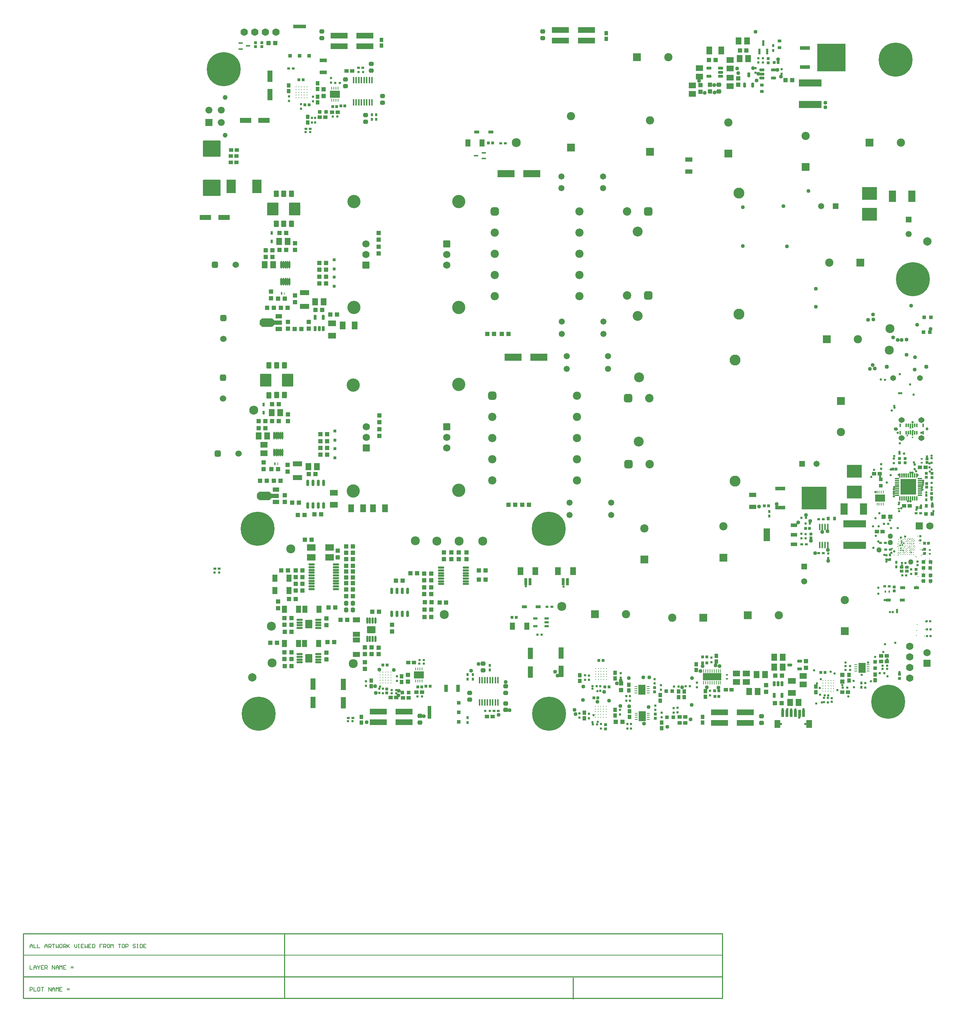
<source format=gts>
G04*
G04 #@! TF.GenerationSoftware,Altium Limited,Altium Designer,24.3.1 (35)*
G04*
G04 Layer_Color=8388736*
%FSAX25Y25*%
%MOIN*%
G70*
G04*
G04 #@! TF.SameCoordinates,8ECB5597-4BEE-4FB2-8F1C-C82D3C8D71A6*
G04*
G04*
G04 #@! TF.FilePolarity,Negative*
G04*
G01*
G75*
%ADD13C,0.01000*%
%ADD16C,0.00800*%
%ADD18C,0.00600*%
%ADD34R,0.01400X0.06300*%
%ADD38R,0.02200X0.02000*%
%ADD39R,0.04375X0.01775*%
G04:AMPARAMS|DCode=40|XSize=9.84mil|YSize=13.78mil|CornerRadius=3.94mil|HoleSize=0mil|Usage=FLASHONLY|Rotation=90.000|XOffset=0mil|YOffset=0mil|HoleType=Round|Shape=RoundedRectangle|*
%AMROUNDEDRECTD40*
21,1,0.00984,0.00591,0,0,90.0*
21,1,0.00197,0.01378,0,0,90.0*
1,1,0.00787,0.00295,0.00098*
1,1,0.00787,0.00295,-0.00098*
1,1,0.00787,-0.00295,-0.00098*
1,1,0.00787,-0.00295,0.00098*
%
%ADD40ROUNDEDRECTD40*%
G04:AMPARAMS|DCode=41|XSize=23.62mil|YSize=13.78mil|CornerRadius=3.93mil|HoleSize=0mil|Usage=FLASHONLY|Rotation=90.000|XOffset=0mil|YOffset=0mil|HoleType=Round|Shape=RoundedRectangle|*
%AMROUNDEDRECTD41*
21,1,0.02362,0.00593,0,0,90.0*
21,1,0.01577,0.01378,0,0,90.0*
1,1,0.00785,0.00296,0.00788*
1,1,0.00785,0.00296,-0.00788*
1,1,0.00785,-0.00296,-0.00788*
1,1,0.00785,-0.00296,0.00788*
%
%ADD41ROUNDEDRECTD41*%
%ADD49R,0.03950X0.02000*%
%ADD50C,0.01100*%
%ADD51R,0.06900X0.04000*%
%ADD52R,0.02200X0.02400*%
%ADD56R,0.06100X0.12400*%
%ADD57R,0.06100X0.03400*%
%ADD58R,0.03800X0.03700*%
%ADD59R,0.03800X0.12400*%
%ADD62R,0.08600X0.12800*%
%ADD64R,0.01800X0.06000*%
%ADD65R,0.03359X0.06890*%
%ADD66R,0.03200X0.03000*%
%ADD67R,0.02600X0.02000*%
%ADD69R,0.02200X0.05200*%
%ADD78R,0.03800X0.03700*%
%ADD79R,0.02200X0.02800*%
%ADD80R,0.02000X0.02400*%
%ADD82R,0.02953X0.02756*%
%ADD83R,0.02323X0.02402*%
%ADD84R,0.02223X0.02402*%
%ADD87R,0.23300X0.21700*%
%ADD88R,0.09800X0.03700*%
%ADD89R,0.26800X0.26200*%
%ADD90R,0.01000X0.03200*%
%ADD91R,0.17300X0.06500*%
%ADD94R,0.01000X0.03100*%
%ADD95R,0.09800X0.06900*%
%ADD100R,0.03740X0.04432*%
%ADD101R,0.04800X0.11000*%
%ADD102R,0.02200X0.02200*%
%ADD103R,0.02200X0.01800*%
%ADD108C,0.01300*%
%ADD120R,0.02400X0.02000*%
%ADD121R,0.04432X0.03740*%
%ADD123R,0.02000X0.02600*%
%ADD127R,0.03000X0.03200*%
%ADD130R,0.02200X0.02200*%
%ADD131R,0.04800X0.03000*%
%ADD133R,0.03100X0.01000*%
%ADD134R,0.06900X0.09800*%
%ADD135R,0.03700X0.03800*%
%ADD136R,0.02000X0.02200*%
%ADD137R,0.11000X0.04800*%
%ADD138R,0.02800X0.02200*%
%ADD139R,0.03700X0.03800*%
%ADD140R,0.12400X0.03800*%
%ADD141R,0.06890X0.03359*%
%ADD142R,0.01800X0.02200*%
%ADD144R,0.03098X0.02783*%
%ADD145R,0.03098X0.02783*%
%ADD146R,0.04437X0.04240*%
%ADD147R,0.03453X0.03059*%
G04:AMPARAMS|DCode=148|XSize=123.11mil|YSize=105mil|CornerRadius=4.5mil|HoleSize=0mil|Usage=FLASHONLY|Rotation=90.000|XOffset=0mil|YOffset=0mil|HoleType=Round|Shape=RoundedRectangle|*
%AMROUNDEDRECTD148*
21,1,0.12311,0.09600,0,0,90.0*
21,1,0.11411,0.10500,0,0,90.0*
1,1,0.00900,0.04800,0.05706*
1,1,0.00900,0.04800,-0.05706*
1,1,0.00900,-0.04800,-0.05706*
1,1,0.00900,-0.04800,0.05706*
%
%ADD148ROUNDEDRECTD148*%
G04:AMPARAMS|DCode=149|XSize=62.09mil|YSize=45.16mil|CornerRadius=4.51mil|HoleSize=0mil|Usage=FLASHONLY|Rotation=270.000|XOffset=0mil|YOffset=0mil|HoleType=Round|Shape=RoundedRectangle|*
%AMROUNDEDRECTD149*
21,1,0.06209,0.03614,0,0,270.0*
21,1,0.05307,0.04516,0,0,270.0*
1,1,0.00902,-0.01807,-0.02653*
1,1,0.00902,-0.01807,0.02653*
1,1,0.00902,0.01807,0.02653*
1,1,0.00902,0.01807,-0.02653*
%
%ADD149ROUNDEDRECTD149*%
%ADD150R,0.03650X0.03650*%
%ADD151R,0.04437X0.04040*%
%ADD152R,0.04437X0.04040*%
%ADD153R,0.02862X0.03650*%
%ADD154R,0.06012X0.04043*%
%ADD155R,0.07587X0.04043*%
G04:AMPARAMS|DCode=156|XSize=79.8mil|YSize=138.86mil|CornerRadius=0mil|HoleSize=0mil|Usage=FLASHONLY|Rotation=270.000|XOffset=0mil|YOffset=0mil|HoleType=Round|Shape=Octagon|*
%AMOCTAGOND156*
4,1,8,0.06943,0.01995,0.06943,-0.01995,0.04948,-0.03990,-0.04948,-0.03990,-0.06943,-0.01995,-0.06943,0.01995,-0.04948,0.03990,0.04948,0.03990,0.06943,0.01995,0.0*
%
%ADD156OCTAGOND156*%

%ADD157R,0.02862X0.02862*%
%ADD158R,0.16248X0.06799*%
%ADD159R,0.16012X0.05500*%
%ADD160O,0.06012X0.02272*%
%ADD161O,0.01681X0.07193*%
%ADD162R,0.02962X0.06702*%
%ADD163R,0.05324X0.07687*%
%ADD164R,0.15067X0.15067*%
%ADD165O,0.01602X0.04043*%
%ADD166O,0.04043X0.01602*%
%ADD167R,0.03650X0.03650*%
%ADD168R,0.14279X0.12311*%
G04:AMPARAMS|DCode=169|XSize=155mil|YSize=164.84mil|CornerRadius=4.75mil|HoleSize=0mil|Usage=FLASHONLY|Rotation=90.000|XOffset=0mil|YOffset=0mil|HoleType=Round|Shape=RoundedRectangle|*
%AMROUNDEDRECTD169*
21,1,0.15500,0.15534,0,0,90.0*
21,1,0.14550,0.16484,0,0,90.0*
1,1,0.00950,0.07767,0.07275*
1,1,0.00950,0.07767,-0.07275*
1,1,0.00950,-0.07767,-0.07275*
1,1,0.00950,-0.07767,0.07275*
%
%ADD169ROUNDEDRECTD169*%
%ADD170C,0.07874*%
%ADD171R,0.02468X0.03650*%
G04:AMPARAMS|DCode=172|XSize=22.72mil|YSize=58.15mil|CornerRadius=11.36mil|HoleSize=0mil|Usage=FLASHONLY|Rotation=90.000|XOffset=0mil|YOffset=0mil|HoleType=Round|Shape=RoundedRectangle|*
%AMROUNDEDRECTD172*
21,1,0.02272,0.03543,0,0,90.0*
21,1,0.00000,0.05815,0,0,90.0*
1,1,0.02272,0.01772,0.00000*
1,1,0.02272,0.01772,0.00000*
1,1,0.02272,-0.01772,0.00000*
1,1,0.02272,-0.01772,0.00000*
%
%ADD172ROUNDEDRECTD172*%
G04:AMPARAMS|DCode=173|XSize=66.81mil|YSize=79.41mil|CornerRadius=4.35mil|HoleSize=0mil|Usage=FLASHONLY|Rotation=0.000|XOffset=0mil|YOffset=0mil|HoleType=Round|Shape=RoundedRectangle|*
%AMROUNDEDRECTD173*
21,1,0.06681,0.07070,0,0,0.0*
21,1,0.05810,0.07941,0,0,0.0*
1,1,0.00871,0.02905,-0.03535*
1,1,0.00871,-0.02905,-0.03535*
1,1,0.00871,-0.02905,0.03535*
1,1,0.00871,0.02905,0.03535*
%
%ADD173ROUNDEDRECTD173*%
G04:AMPARAMS|DCode=174|XSize=28.62mil|YSize=44.37mil|CornerRadius=4.51mil|HoleSize=0mil|Usage=FLASHONLY|Rotation=90.000|XOffset=0mil|YOffset=0mil|HoleType=Round|Shape=RoundedRectangle|*
%AMROUNDEDRECTD174*
21,1,0.02862,0.03535,0,0,90.0*
21,1,0.01961,0.04437,0,0,90.0*
1,1,0.00902,0.01768,0.00980*
1,1,0.00902,0.01768,-0.00980*
1,1,0.00902,-0.01768,-0.00980*
1,1,0.00902,-0.01768,0.00980*
%
%ADD174ROUNDEDRECTD174*%
%ADD175O,0.02862X0.06209*%
%ADD176R,0.07980X0.06012*%
%ADD177R,0.04831X0.06799*%
%ADD178R,0.01575X0.03819*%
%ADD179R,0.06799X0.11130*%
%ADD180R,0.09161X0.04831*%
G04:AMPARAMS|DCode=181|XSize=44.37mil|YSize=42.4mil|CornerRadius=11.85mil|HoleSize=0mil|Usage=FLASHONLY|Rotation=180.000|XOffset=0mil|YOffset=0mil|HoleType=Round|Shape=RoundedRectangle|*
%AMROUNDEDRECTD181*
21,1,0.04437,0.01870,0,0,180.0*
21,1,0.02067,0.04240,0,0,180.0*
1,1,0.02370,-0.01034,0.00935*
1,1,0.02370,0.01034,0.00935*
1,1,0.02370,0.01034,-0.00935*
1,1,0.02370,-0.01034,-0.00935*
%
%ADD181ROUNDEDRECTD181*%
%ADD182R,0.02600X0.02800*%
%ADD183R,0.05618X0.07783*%
%ADD184R,0.04240X0.04437*%
G04:AMPARAMS|DCode=185|XSize=28.62mil|YSize=44.37mil|CornerRadius=4.51mil|HoleSize=0mil|Usage=FLASHONLY|Rotation=180.000|XOffset=0mil|YOffset=0mil|HoleType=Round|Shape=RoundedRectangle|*
%AMROUNDEDRECTD185*
21,1,0.02862,0.03535,0,0,180.0*
21,1,0.01961,0.04437,0,0,180.0*
1,1,0.00902,-0.00980,0.01768*
1,1,0.00902,0.00980,0.01768*
1,1,0.00902,0.00980,-0.01768*
1,1,0.00902,-0.00980,-0.01768*
%
%ADD185ROUNDEDRECTD185*%
%ADD186R,0.06799X0.04831*%
G04:AMPARAMS|DCode=187|XSize=66.81mil|YSize=79.41mil|CornerRadius=4.35mil|HoleSize=0mil|Usage=FLASHONLY|Rotation=90.000|XOffset=0mil|YOffset=0mil|HoleType=Round|Shape=RoundedRectangle|*
%AMROUNDEDRECTD187*
21,1,0.06681,0.07070,0,0,90.0*
21,1,0.05810,0.07941,0,0,90.0*
1,1,0.00871,0.03535,0.02905*
1,1,0.00871,0.03535,-0.02905*
1,1,0.00871,-0.03535,-0.02905*
1,1,0.00871,-0.03535,0.02905*
%
%ADD187ROUNDEDRECTD187*%
G04:AMPARAMS|DCode=188|XSize=22.72mil|YSize=58.15mil|CornerRadius=11.36mil|HoleSize=0mil|Usage=FLASHONLY|Rotation=180.000|XOffset=0mil|YOffset=0mil|HoleType=Round|Shape=RoundedRectangle|*
%AMROUNDEDRECTD188*
21,1,0.02272,0.03543,0,0,180.0*
21,1,0.00000,0.05815,0,0,180.0*
1,1,0.02272,0.00000,0.01772*
1,1,0.02272,0.00000,0.01772*
1,1,0.02272,0.00000,-0.01772*
1,1,0.02272,0.00000,-0.01772*
%
%ADD188ROUNDEDRECTD188*%
%ADD189R,0.07783X0.05618*%
%ADD190R,0.05500X0.06800*%
G04:AMPARAMS|DCode=191|XSize=5.91mil|YSize=9.84mil|CornerRadius=1.97mil|HoleSize=0mil|Usage=FLASHONLY|Rotation=90.000|XOffset=0mil|YOffset=0mil|HoleType=Round|Shape=RoundedRectangle|*
%AMROUNDEDRECTD191*
21,1,0.00591,0.00591,0,0,90.0*
21,1,0.00197,0.00984,0,0,90.0*
1,1,0.00394,0.00295,0.00098*
1,1,0.00394,0.00295,-0.00098*
1,1,0.00394,-0.00295,-0.00098*
1,1,0.00394,-0.00295,0.00098*
%
%ADD191ROUNDEDRECTD191*%
%ADD192R,0.06800X0.05500*%
%ADD193R,0.02800X0.02600*%
G04:AMPARAMS|DCode=194|XSize=28.62mil|YSize=44.37mil|CornerRadius=8.41mil|HoleSize=0mil|Usage=FLASHONLY|Rotation=180.000|XOffset=0mil|YOffset=0mil|HoleType=Round|Shape=RoundedRectangle|*
%AMROUNDEDRECTD194*
21,1,0.02862,0.02756,0,0,180.0*
21,1,0.01181,0.04437,0,0,180.0*
1,1,0.01681,-0.00591,0.01378*
1,1,0.01681,0.00591,0.01378*
1,1,0.01681,0.00591,-0.01378*
1,1,0.01681,-0.00591,-0.01378*
%
%ADD194ROUNDEDRECTD194*%
%ADD195R,0.02783X0.03098*%
%ADD196R,0.02783X0.03098*%
%ADD197R,0.21366X0.06799*%
%ADD198R,0.04040X0.04437*%
%ADD199R,0.04040X0.04437*%
G04:AMPARAMS|DCode=200|XSize=44.37mil|YSize=42.4mil|CornerRadius=11.85mil|HoleSize=0mil|Usage=FLASHONLY|Rotation=270.000|XOffset=0mil|YOffset=0mil|HoleType=Round|Shape=RoundedRectangle|*
%AMROUNDEDRECTD200*
21,1,0.04437,0.01870,0,0,270.0*
21,1,0.02067,0.04240,0,0,270.0*
1,1,0.02370,-0.00935,-0.01034*
1,1,0.02370,-0.00935,0.01034*
1,1,0.02370,0.00935,0.01034*
1,1,0.02370,0.00935,-0.01034*
%
%ADD200ROUNDEDRECTD200*%
G04:AMPARAMS|DCode=201|XSize=28.62mil|YSize=44.37mil|CornerRadius=8.41mil|HoleSize=0mil|Usage=FLASHONLY|Rotation=270.000|XOffset=0mil|YOffset=0mil|HoleType=Round|Shape=RoundedRectangle|*
%AMROUNDEDRECTD201*
21,1,0.02862,0.02756,0,0,270.0*
21,1,0.01181,0.04437,0,0,270.0*
1,1,0.01681,-0.01378,-0.00591*
1,1,0.01681,-0.01378,0.00591*
1,1,0.01681,0.01378,0.00591*
1,1,0.01681,0.01378,-0.00591*
%
%ADD201ROUNDEDRECTD201*%
%ADD202C,0.31996*%
%ADD203C,0.06996*%
G04:AMPARAMS|DCode=204|XSize=77.83mil|YSize=77.83mil|CornerRadius=20.71mil|HoleSize=0mil|Usage=FLASHONLY|Rotation=0.000|XOffset=0mil|YOffset=0mil|HoleType=Round|Shape=RoundedRectangle|*
%AMROUNDEDRECTD204*
21,1,0.07783,0.03642,0,0,0.0*
21,1,0.03642,0.07783,0,0,0.0*
1,1,0.04142,0.01821,-0.01821*
1,1,0.04142,-0.01821,-0.01821*
1,1,0.04142,-0.01821,0.01821*
1,1,0.04142,0.01821,0.01821*
%
%ADD204ROUNDEDRECTD204*%
%ADD205C,0.07783*%
%ADD206C,0.06012*%
G04:AMPARAMS|DCode=207|XSize=60.12mil|YSize=60.12mil|CornerRadius=16.28mil|HoleSize=0mil|Usage=FLASHONLY|Rotation=270.000|XOffset=0mil|YOffset=0mil|HoleType=Round|Shape=RoundedRectangle|*
%AMROUNDEDRECTD207*
21,1,0.06012,0.02756,0,0,270.0*
21,1,0.02756,0.06012,0,0,270.0*
1,1,0.03256,-0.01378,-0.01378*
1,1,0.03256,-0.01378,0.01378*
1,1,0.03256,0.01378,0.01378*
1,1,0.03256,0.01378,-0.01378*
%
%ADD207ROUNDEDRECTD207*%
%ADD208C,0.05000*%
G04:AMPARAMS|DCode=209|XSize=79.8mil|YSize=79.8mil|CornerRadius=21.2mil|HoleSize=0mil|Usage=FLASHONLY|Rotation=0.000|XOffset=0mil|YOffset=0mil|HoleType=Round|Shape=RoundedRectangle|*
%AMROUNDEDRECTD209*
21,1,0.07980,0.03740,0,0,0.0*
21,1,0.03740,0.07980,0,0,0.0*
1,1,0.04240,0.01870,-0.01870*
1,1,0.04240,-0.01870,-0.01870*
1,1,0.04240,-0.01870,0.01870*
1,1,0.04240,0.01870,0.01870*
%
%ADD209ROUNDEDRECTD209*%
%ADD210C,0.07980*%
%ADD211C,0.05413*%
%ADD212C,0.04004*%
%ADD213C,0.05815*%
%ADD214C,0.08500*%
%ADD215C,0.06799*%
G04:AMPARAMS|DCode=216|XSize=67.99mil|YSize=67.99mil|CornerRadius=10.37mil|HoleSize=0mil|Usage=FLASHONLY|Rotation=180.000|XOffset=0mil|YOffset=0mil|HoleType=Round|Shape=RoundedRectangle|*
%AMROUNDEDRECTD216*
21,1,0.06799,0.04724,0,0,180.0*
21,1,0.04724,0.06799,0,0,180.0*
1,1,0.02075,-0.02362,0.02362*
1,1,0.02075,0.02362,0.02362*
1,1,0.02075,0.02362,-0.02362*
1,1,0.02075,-0.02362,-0.02362*
%
%ADD216ROUNDEDRECTD216*%
%ADD217R,0.06819X0.06819*%
%ADD218C,0.06819*%
%ADD219R,0.06584X0.06584*%
%ADD220C,0.06584*%
%ADD221C,0.04616*%
%ADD222R,0.07783X0.07783*%
%ADD223C,0.07783*%
%ADD224R,0.05815X0.05815*%
%ADD225C,0.12508*%
%ADD226C,0.02744*%
%ADD227O,0.06012X0.05028*%
%ADD228C,0.09358*%
%ADD229C,0.10343*%
G04:AMPARAMS|DCode=230|XSize=60.12mil|YSize=60.12mil|CornerRadius=16.28mil|HoleSize=0mil|Usage=FLASHONLY|Rotation=0.000|XOffset=0mil|YOffset=0mil|HoleType=Round|Shape=RoundedRectangle|*
%AMROUNDEDRECTD230*
21,1,0.06012,0.02756,0,0,0.0*
21,1,0.02756,0.06012,0,0,0.0*
1,1,0.03256,0.01378,-0.01378*
1,1,0.03256,-0.01378,-0.01378*
1,1,0.03256,-0.01378,0.01378*
1,1,0.03256,0.01378,0.01378*
%
%ADD230ROUNDEDRECTD230*%
%ADD231R,0.07783X0.07783*%
%ADD232R,0.05815X0.05815*%
%ADD233R,0.06819X0.06819*%
%ADD234C,0.02100*%
%ADD235C,0.01500*%
%ADD236C,0.02468*%
%ADD237C,0.03700*%
%ADD238C,0.01700*%
G36*
X0863760Y0576250D02*
X0863681Y0576254D01*
X0863602Y0576265D01*
X0863524Y0576277D01*
X0863445Y0576297D01*
X0863370Y0576321D01*
X0863295Y0576348D01*
X0863220Y0576376D01*
X0863150Y0576411D01*
X0863079Y0576450D01*
X0863012Y0576490D01*
X0862949Y0576537D01*
X0862886Y0576584D01*
X0862823Y0576636D01*
X0862768Y0576691D01*
X0862713Y0576746D01*
X0862661Y0576809D01*
X0862614Y0576872D01*
X0862567Y0576935D01*
X0862527Y0577006D01*
X0862488Y0577072D01*
X0862453Y0577143D01*
X0862425Y0577218D01*
X0862398Y0577293D01*
X0862374Y0577368D01*
X0862354Y0577447D01*
X0862342Y0577525D01*
X0862331Y0577604D01*
X0862327Y0577683D01*
X0862323Y0577762D01*
X0862327Y0577840D01*
X0862331Y0577919D01*
X0862342Y0577998D01*
X0862354Y0578077D01*
X0862374Y0578155D01*
X0862398Y0578230D01*
X0862425Y0578305D01*
X0862453Y0578380D01*
X0862488Y0578450D01*
X0862527Y0578517D01*
X0862567Y0578588D01*
X0862614Y0578651D01*
X0862661Y0578714D01*
X0862713Y0578777D01*
X0862768Y0578832D01*
X0862823Y0578888D01*
X0862886Y0578939D01*
X0862949Y0578986D01*
X0863012Y0579033D01*
X0863079Y0579073D01*
X0863150Y0579112D01*
X0863220Y0579147D01*
X0863295Y0579175D01*
X0863370Y0579202D01*
X0863445Y0579226D01*
X0863524Y0579246D01*
X0863602Y0579258D01*
X0863681Y0579269D01*
X0863760Y0579273D01*
X0863838Y0579277D01*
X0864626D01*
X0864705Y0579273D01*
X0864783Y0579269D01*
X0864862Y0579258D01*
X0864941Y0579246D01*
X0865020Y0579226D01*
X0865094Y0579202D01*
X0865169Y0579175D01*
X0865244Y0579147D01*
X0865315Y0579112D01*
X0865386Y0579073D01*
X0865453Y0579033D01*
X0865516Y0578986D01*
X0865579Y0578939D01*
X0865642Y0578888D01*
X0865697Y0578832D01*
X0865752Y0578777D01*
X0865803Y0578714D01*
X0865850Y0578651D01*
X0865898Y0578588D01*
X0865937Y0578521D01*
X0865976Y0578450D01*
X0866012Y0578380D01*
X0866039Y0578305D01*
X0866067Y0578230D01*
X0866090Y0578155D01*
X0866110Y0578077D01*
X0866122Y0577998D01*
X0866134Y0577919D01*
X0866138Y0577840D01*
X0866142Y0577762D01*
X0866138Y0577683D01*
X0866134Y0577604D01*
X0866122Y0577525D01*
X0866110Y0577447D01*
X0866090Y0577368D01*
X0866067Y0577293D01*
X0866039Y0577218D01*
X0866012Y0577143D01*
X0865976Y0577072D01*
X0865937Y0577006D01*
X0865898Y0576935D01*
X0865850Y0576872D01*
X0865803Y0576809D01*
X0865752Y0576746D01*
X0865697Y0576691D01*
X0865642Y0576636D01*
X0865579Y0576584D01*
X0865516Y0576537D01*
X0865453Y0576490D01*
X0865382Y0576450D01*
X0865315Y0576411D01*
X0865244Y0576376D01*
X0865169Y0576348D01*
X0865094Y0576321D01*
X0865020Y0576297D01*
X0864941Y0576277D01*
X0864862Y0576265D01*
X0864783Y0576254D01*
X0864705Y0576250D01*
X0864626Y0576246D01*
X0863838D01*
X0863760Y0576250D01*
D02*
G37*
G54D13*
X0559400Y0039400D02*
Y0059683D01*
X0440500Y0040050D02*
X0700200D01*
Y0101050D01*
X0286500Y0040050D02*
Y0101050D01*
X0040000Y0040050D02*
Y0101050D01*
X0040050Y0040050D02*
X0197600D01*
X0040050D02*
Y0101050D01*
Y0101050D02*
X0700200D01*
X0040000Y0040050D02*
X0440500D01*
X0040000Y0060383D02*
X0700000D01*
G54D16*
X0040000Y0080717D02*
X0700200D01*
G54D18*
X0046350Y0071049D02*
Y0067551D01*
X0048683D01*
X0049849D02*
Y0069883D01*
X0051015Y0071049D01*
X0052181Y0069883D01*
Y0067551D01*
Y0069300D01*
X0049849D01*
X0053348Y0071049D02*
Y0070466D01*
X0054514Y0069300D01*
X0055680Y0070466D01*
Y0071049D01*
X0054514Y0069300D02*
Y0067551D01*
X0059179Y0071049D02*
X0056847D01*
Y0067551D01*
X0059179D01*
X0056847Y0069300D02*
X0058013D01*
X0060346Y0067551D02*
Y0071049D01*
X0062095D01*
X0062678Y0070466D01*
Y0069300D01*
X0062095Y0068717D01*
X0060346D01*
X0061512D02*
X0062678Y0067551D01*
X0067343D02*
Y0071049D01*
X0069676Y0067551D01*
Y0071049D01*
X0070842Y0067551D02*
Y0069883D01*
X0072008Y0071049D01*
X0073175Y0069883D01*
Y0067551D01*
Y0069300D01*
X0070842D01*
X0074341Y0067551D02*
Y0071049D01*
X0075507Y0069883D01*
X0076674Y0071049D01*
Y0067551D01*
X0080172Y0071049D02*
X0077840D01*
Y0067551D01*
X0080172D01*
X0077840Y0069300D02*
X0079006D01*
X0084838Y0068717D02*
X0087170D01*
X0084838Y0069883D02*
X0087170D01*
X0046350Y0046966D02*
Y0050465D01*
X0048099D01*
X0048683Y0049882D01*
Y0048716D01*
X0048099Y0048133D01*
X0046350D01*
X0049849Y0050465D02*
Y0046966D01*
X0052181D01*
X0055097Y0050465D02*
X0053931D01*
X0053348Y0049882D01*
Y0047550D01*
X0053931Y0046966D01*
X0055097D01*
X0055680Y0047550D01*
Y0049882D01*
X0055097Y0050465D01*
X0056847D02*
X0059179D01*
X0058013D01*
Y0046966D01*
X0063844D02*
Y0050465D01*
X0066177Y0046966D01*
Y0050465D01*
X0067343Y0046966D02*
Y0049299D01*
X0068510Y0050465D01*
X0069676Y0049299D01*
Y0046966D01*
Y0048716D01*
X0067343D01*
X0070842Y0046966D02*
Y0050465D01*
X0072008Y0049299D01*
X0073175Y0050465D01*
Y0046966D01*
X0076674Y0050465D02*
X0074341D01*
Y0046966D01*
X0076674D01*
X0074341Y0048716D02*
X0075507D01*
X0081339Y0048133D02*
X0083671D01*
X0081339Y0049299D02*
X0083671D01*
X0046350Y0087833D02*
Y0090166D01*
X0047516Y0091332D01*
X0048683Y0090166D01*
Y0087833D01*
Y0089583D01*
X0046350D01*
X0049849Y0091332D02*
Y0087833D01*
X0052181D01*
X0053348Y0091332D02*
Y0087833D01*
X0055680D01*
X0060346D02*
Y0090166D01*
X0061512Y0091332D01*
X0062678Y0090166D01*
Y0087833D01*
Y0089583D01*
X0060346D01*
X0063844Y0087833D02*
Y0091332D01*
X0065594D01*
X0066177Y0090749D01*
Y0089583D01*
X0065594Y0089000D01*
X0063844D01*
X0065011D02*
X0066177Y0087833D01*
X0067343Y0091332D02*
X0069676D01*
X0068510D01*
Y0087833D01*
X0070842Y0091332D02*
Y0087833D01*
X0072008Y0089000D01*
X0073175Y0087833D01*
Y0091332D01*
X0076090D02*
X0074924D01*
X0074341Y0090749D01*
Y0088416D01*
X0074924Y0087833D01*
X0076090D01*
X0076674Y0088416D01*
Y0090749D01*
X0076090Y0091332D01*
X0077840Y0087833D02*
Y0091332D01*
X0079589D01*
X0080172Y0090749D01*
Y0089583D01*
X0079589Y0089000D01*
X0077840D01*
X0079006D02*
X0080172Y0087833D01*
X0081339Y0091332D02*
Y0087833D01*
Y0089000D01*
X0083671Y0091332D01*
X0081922Y0089583D01*
X0083671Y0087833D01*
X0088336Y0091332D02*
Y0089000D01*
X0089503Y0087833D01*
X0090669Y0089000D01*
Y0091332D01*
X0091835D02*
X0093002D01*
X0092418D01*
Y0087833D01*
X0091835D01*
X0093002D01*
X0097084Y0091332D02*
X0094751D01*
Y0087833D01*
X0097084D01*
X0094751Y0089583D02*
X0095917D01*
X0098250Y0091332D02*
Y0087833D01*
X0099416Y0089000D01*
X0100583Y0087833D01*
Y0091332D01*
X0104081D02*
X0101749D01*
Y0087833D01*
X0104081D01*
X0101749Y0089583D02*
X0102915D01*
X0105248Y0091332D02*
Y0087833D01*
X0106997D01*
X0107580Y0088416D01*
Y0090749D01*
X0106997Y0091332D01*
X0105248D01*
X0114578D02*
X0112245D01*
Y0089583D01*
X0113412D01*
X0112245D01*
Y0087833D01*
X0115744D02*
Y0091332D01*
X0117494D01*
X0118077Y0090749D01*
Y0089583D01*
X0117494Y0089000D01*
X0115744D01*
X0116911D02*
X0118077Y0087833D01*
X0120993Y0091332D02*
X0119826D01*
X0119243Y0090749D01*
Y0088416D01*
X0119826Y0087833D01*
X0120993D01*
X0121576Y0088416D01*
Y0090749D01*
X0120993Y0091332D01*
X0122742Y0087833D02*
Y0091332D01*
X0123908Y0090166D01*
X0125075Y0091332D01*
Y0087833D01*
X0129740Y0091332D02*
X0132072D01*
X0130906D01*
Y0087833D01*
X0134988Y0091332D02*
X0133822D01*
X0133239Y0090749D01*
Y0088416D01*
X0133822Y0087833D01*
X0134988D01*
X0135571Y0088416D01*
Y0090749D01*
X0134988Y0091332D01*
X0136738Y0087833D02*
Y0091332D01*
X0138487D01*
X0139070Y0090749D01*
Y0089583D01*
X0138487Y0089000D01*
X0136738D01*
X0146068Y0090749D02*
X0145485Y0091332D01*
X0144318D01*
X0143735Y0090749D01*
Y0090166D01*
X0144318Y0089583D01*
X0145485D01*
X0146068Y0089000D01*
Y0088416D01*
X0145485Y0087833D01*
X0144318D01*
X0143735Y0088416D01*
X0147234Y0091332D02*
X0148400D01*
X0147817D01*
Y0087833D01*
X0147234D01*
X0148400D01*
X0150150Y0091332D02*
Y0087833D01*
X0151899D01*
X0152482Y0088416D01*
Y0090749D01*
X0151899Y0091332D01*
X0150150D01*
X0155981D02*
X0153649D01*
Y0087833D01*
X0155981D01*
X0153649Y0089583D02*
X0154815D01*
G54D34*
X0470914Y0340378D02*
D03*
X0473414D02*
D03*
X0475914D02*
D03*
X0478414D02*
D03*
X0480914D02*
D03*
X0483414D02*
D03*
X0485914D02*
D03*
X0488414D02*
D03*
Y0319478D02*
D03*
X0485914D02*
D03*
X0483414D02*
D03*
X0480914D02*
D03*
X0478414D02*
D03*
X0475914D02*
D03*
X0473414D02*
D03*
X0470914D02*
D03*
X0369464Y0886312D02*
D03*
X0366964D02*
D03*
X0364464D02*
D03*
X0361964D02*
D03*
X0359464D02*
D03*
X0356964D02*
D03*
X0354464D02*
D03*
X0351964D02*
D03*
Y0907212D02*
D03*
X0354464D02*
D03*
X0356964D02*
D03*
X0359464D02*
D03*
X0361964D02*
D03*
X0364464D02*
D03*
X0366964D02*
D03*
X0369464D02*
D03*
G54D38*
X0574289Y0340745D02*
D03*
Y0344745D02*
D03*
X0796451Y0323902D02*
D03*
Y0319901D02*
D03*
X0637089Y0312545D02*
D03*
Y0316545D02*
D03*
X0636189Y0341545D02*
D03*
Y0337545D02*
D03*
X0376380Y0332598D02*
D03*
Y0328598D02*
D03*
X0887389Y0476645D02*
D03*
Y0472645D02*
D03*
G54D39*
X0252282Y0939445D02*
D03*
X0245196Y0936689D02*
D03*
Y0942201D02*
D03*
X0474832Y0833189D02*
D03*
Y0838701D02*
D03*
X0467746Y0835945D02*
D03*
G54D40*
X0280181Y0545476D02*
D03*
Y0544098D02*
D03*
X0286668Y0705282D02*
D03*
G54D41*
X0277622Y0544787D02*
D03*
X0284109Y0705971D02*
D03*
G54D49*
X0534414Y0391405D02*
D03*
Y0395145D02*
D03*
Y0398885D02*
D03*
X0523564D02*
D03*
Y0391405D02*
D03*
G54D50*
X0880768Y0473157D02*
D03*
Y0471187D02*
D03*
Y0469217D02*
D03*
Y0467247D02*
D03*
Y0465277D02*
D03*
Y0463307D02*
D03*
Y0461337D02*
D03*
Y0459367D02*
D03*
X0878798Y0473157D02*
D03*
Y0471187D02*
D03*
Y0469217D02*
D03*
Y0467247D02*
D03*
Y0465277D02*
D03*
Y0463307D02*
D03*
Y0461337D02*
D03*
Y0459367D02*
D03*
X0876828Y0473157D02*
D03*
Y0471187D02*
D03*
Y0469217D02*
D03*
Y0467247D02*
D03*
Y0465277D02*
D03*
Y0463307D02*
D03*
Y0461337D02*
D03*
Y0459367D02*
D03*
X0874858Y0473157D02*
D03*
Y0471187D02*
D03*
Y0469217D02*
D03*
Y0467247D02*
D03*
Y0465277D02*
D03*
Y0463307D02*
D03*
Y0461337D02*
D03*
Y0459367D02*
D03*
X0872888Y0473157D02*
D03*
Y0471187D02*
D03*
Y0469217D02*
D03*
Y0467247D02*
D03*
Y0465277D02*
D03*
Y0463307D02*
D03*
Y0461337D02*
D03*
Y0459367D02*
D03*
X0870918Y0473157D02*
D03*
Y0471187D02*
D03*
Y0469217D02*
D03*
Y0467247D02*
D03*
Y0465277D02*
D03*
Y0463307D02*
D03*
Y0461337D02*
D03*
Y0459367D02*
D03*
X0868948Y0473157D02*
D03*
Y0471187D02*
D03*
Y0469217D02*
D03*
Y0467247D02*
D03*
Y0465277D02*
D03*
Y0463307D02*
D03*
Y0461337D02*
D03*
Y0459367D02*
D03*
X0866978Y0473157D02*
D03*
Y0471187D02*
D03*
Y0469217D02*
D03*
Y0467247D02*
D03*
Y0465277D02*
D03*
Y0463307D02*
D03*
Y0461337D02*
D03*
Y0459367D02*
D03*
G54D51*
X0728989Y0504245D02*
D03*
Y0515445D02*
D03*
X0668689Y0832045D02*
D03*
Y0820845D02*
D03*
G54D52*
X0803481Y0320111D02*
D03*
Y0323611D02*
D03*
G54D56*
X0742450Y0477856D02*
D03*
G54D57*
X0767850Y0486911D02*
D03*
Y0477856D02*
D03*
Y0468801D02*
D03*
G54D58*
X0451439Y0301090D02*
D03*
Y0310145D02*
D03*
Y0319200D02*
D03*
G54D59*
X0423739Y0310145D02*
D03*
G54D62*
X0236189Y0806845D02*
D03*
X0260789D02*
D03*
G54D64*
X0792150Y0468195D02*
D03*
X0794709D02*
D03*
X0797268D02*
D03*
X0799828D02*
D03*
Y0485295D02*
D03*
X0797268D02*
D03*
X0794709D02*
D03*
X0792150D02*
D03*
G54D65*
X0439256Y0332745D02*
D03*
X0450489D02*
D03*
G54D66*
X0737689Y0902695D02*
D03*
Y0896595D02*
D03*
X0754189Y0944095D02*
D03*
Y0937995D02*
D03*
G54D67*
X0791203Y0460523D02*
D03*
X0795603D02*
D03*
X0887789Y0498066D02*
D03*
X0883389D02*
D03*
X0858889Y0463945D02*
D03*
X0854489D02*
D03*
X0854189Y0470345D02*
D03*
X0849789D02*
D03*
X0290589Y0918345D02*
D03*
X0294989D02*
D03*
X0853489Y0429045D02*
D03*
X0857889D02*
D03*
X0495289Y0847445D02*
D03*
X0490889D02*
D03*
X0539189Y0409845D02*
D03*
X0534789D02*
D03*
X0795789Y0492545D02*
D03*
X0791389D02*
D03*
X0775189Y0468945D02*
D03*
X0779589D02*
D03*
G54D69*
X0735189Y0934045D02*
D03*
X0742669D02*
D03*
X0738929Y0942045D02*
D03*
G54D78*
X0319931Y0877212D02*
D03*
X0325831D02*
D03*
X0653839Y0305645D02*
D03*
X0647939D02*
D03*
X0647139Y0330145D02*
D03*
X0653039D02*
D03*
X0403839Y0328945D02*
D03*
X0397939D02*
D03*
G54D79*
X0831589Y0333795D02*
D03*
Y0337895D02*
D03*
G54D80*
X0688689Y0326345D02*
D03*
Y0330645D02*
D03*
X0800128Y0319428D02*
D03*
Y0323728D02*
D03*
X0778987Y0474382D02*
D03*
Y0478682D02*
D03*
X0774850Y0478751D02*
D03*
Y0474451D02*
D03*
X0897989Y0550295D02*
D03*
Y0545995D02*
D03*
X0574348Y0308770D02*
D03*
Y0304470D02*
D03*
X0855289Y0458695D02*
D03*
Y0454395D02*
D03*
X0850189Y0544395D02*
D03*
Y0540095D02*
D03*
X0603589Y0308095D02*
D03*
Y0312395D02*
D03*
X0610789Y0299295D02*
D03*
Y0294995D02*
D03*
X0614089Y0299195D02*
D03*
Y0294895D02*
D03*
X0643089Y0305645D02*
D03*
Y0309945D02*
D03*
X0654289Y0314095D02*
D03*
Y0309795D02*
D03*
X0585489Y0299095D02*
D03*
Y0294795D02*
D03*
X0570522Y0340804D02*
D03*
Y0345104D02*
D03*
X0604289Y0347145D02*
D03*
Y0342845D02*
D03*
X0609589Y0321245D02*
D03*
Y0325545D02*
D03*
X0612889Y0321195D02*
D03*
Y0325495D02*
D03*
X0642189Y0335895D02*
D03*
Y0331595D02*
D03*
X0585089Y0330495D02*
D03*
Y0334795D02*
D03*
X0657989Y0310095D02*
D03*
Y0314395D02*
D03*
X0897889Y0526795D02*
D03*
Y0522495D02*
D03*
X0862389Y0549995D02*
D03*
Y0545695D02*
D03*
X0363589Y0339495D02*
D03*
Y0335195D02*
D03*
X0392889Y0339795D02*
D03*
Y0344095D02*
D03*
X0315742Y0871410D02*
D03*
Y0867110D02*
D03*
X0312742Y0871510D02*
D03*
Y0867210D02*
D03*
X0330489Y0904787D02*
D03*
Y0909087D02*
D03*
X0313589Y0891587D02*
D03*
Y0887287D02*
D03*
X0290889Y0891887D02*
D03*
Y0887587D02*
D03*
X0379644Y0332654D02*
D03*
Y0328354D02*
D03*
X0302234Y0884583D02*
D03*
Y0880284D02*
D03*
X0565399Y0309352D02*
D03*
Y0305052D02*
D03*
X0835189Y0337895D02*
D03*
Y0333595D02*
D03*
X0881905Y0544051D02*
D03*
Y0539751D02*
D03*
X0878789Y0440995D02*
D03*
Y0445295D02*
D03*
X0800289Y0460095D02*
D03*
Y0455795D02*
D03*
X0756289Y0913095D02*
D03*
Y0917395D02*
D03*
X0731689Y0918595D02*
D03*
Y0914295D02*
D03*
X0676389Y0338145D02*
D03*
Y0333845D02*
D03*
X0689889Y0357545D02*
D03*
Y0361845D02*
D03*
G54D82*
X0872847Y0549713D02*
D03*
X0867531D02*
D03*
Y0545776D02*
D03*
X0872847D02*
D03*
G54D83*
X0896862Y0388545D02*
D03*
X0896639Y0396146D02*
D03*
X0896845Y0382245D02*
D03*
G54D84*
X0893516Y0388545D02*
D03*
X0893292Y0396146D02*
D03*
X0893499Y0382245D02*
D03*
G54D87*
X0787089Y0512445D02*
D03*
G54D88*
X0754889Y0503445D02*
D03*
Y0521445D02*
D03*
X0778189Y0937661D02*
D03*
Y0919629D02*
D03*
G54D89*
X0803389Y0928645D02*
D03*
G54D90*
X0682715Y0338345D02*
D03*
X0684684D02*
D03*
X0686652D02*
D03*
X0688621D02*
D03*
X0690589D02*
D03*
X0692557D02*
D03*
X0694526D02*
D03*
X0696494D02*
D03*
X0698463D02*
D03*
Y0349345D02*
D03*
X0696494D02*
D03*
X0694526D02*
D03*
X0692557D02*
D03*
X0690589D02*
D03*
X0688621D02*
D03*
X0686652D02*
D03*
X0684684D02*
D03*
X0682715D02*
D03*
G54D91*
X0690589Y0343845D02*
D03*
G54D94*
X0331436Y0888087D02*
D03*
X0333405D02*
D03*
X0335373D02*
D03*
X0337342D02*
D03*
Y0899587D02*
D03*
X0335373D02*
D03*
X0333405D02*
D03*
X0331436D02*
D03*
X0852389Y0506745D02*
D03*
X0850420D02*
D03*
X0848452D02*
D03*
X0846484D02*
D03*
Y0518245D02*
D03*
X0848452D02*
D03*
X0850420D02*
D03*
X0852389D02*
D03*
X0410786Y0351295D02*
D03*
X0412755D02*
D03*
X0414723D02*
D03*
X0416692D02*
D03*
Y0339795D02*
D03*
X0414723D02*
D03*
X0412755D02*
D03*
X0410786D02*
D03*
G54D95*
X0334389Y0893837D02*
D03*
X0849436Y0512495D02*
D03*
X0413739Y0345545D02*
D03*
G54D100*
X0684189Y0324708D02*
D03*
Y0330045D02*
D03*
X0788589Y0329045D02*
D03*
Y0334382D02*
D03*
X0820089Y0345682D02*
D03*
Y0340345D02*
D03*
X0844689Y0345913D02*
D03*
Y0340576D02*
D03*
X0570101Y0304648D02*
D03*
Y0309985D02*
D03*
X0598889Y0312513D02*
D03*
Y0307176D02*
D03*
X0642889Y0295076D02*
D03*
Y0300413D02*
D03*
X0612489Y0311113D02*
D03*
Y0305776D02*
D03*
X0565589Y0345113D02*
D03*
Y0339776D02*
D03*
X0598889Y0342108D02*
D03*
Y0347445D02*
D03*
X0612089Y0330845D02*
D03*
Y0336182D02*
D03*
X0641789Y0326513D02*
D03*
Y0321176D02*
D03*
X0664289Y0329713D02*
D03*
Y0324376D02*
D03*
X0658889Y0329882D02*
D03*
Y0324545D02*
D03*
X0368489Y0334776D02*
D03*
Y0340113D02*
D03*
X0397289Y0338876D02*
D03*
Y0344213D02*
D03*
X0590789Y0946276D02*
D03*
Y0951613D02*
D03*
X0378389Y0945313D02*
D03*
Y0939976D02*
D03*
X0681589Y0300576D02*
D03*
Y0305913D02*
D03*
X0359389Y0300376D02*
D03*
Y0305713D02*
D03*
X0308642Y0872460D02*
D03*
Y0867123D02*
D03*
X0317989Y0898845D02*
D03*
Y0904182D02*
D03*
X0317889Y0891437D02*
D03*
Y0886100D02*
D03*
X0290789Y0902137D02*
D03*
Y0896800D02*
D03*
X0675689Y0355382D02*
D03*
Y0350045D02*
D03*
X0694589Y0363482D02*
D03*
Y0358145D02*
D03*
G54D101*
X0272989Y0893637D02*
D03*
Y0911037D02*
D03*
X0518989Y0365745D02*
D03*
Y0348345D02*
D03*
X0547989Y0366145D02*
D03*
Y0348745D02*
D03*
X0313489Y0319545D02*
D03*
Y0336945D02*
D03*
X0342289Y0336645D02*
D03*
Y0319245D02*
D03*
G54D102*
X0884716Y0449137D02*
D03*
Y0452637D02*
D03*
G54D103*
X0704789Y0341995D02*
D03*
Y0345695D02*
D03*
X0888589Y0549695D02*
D03*
Y0545995D02*
D03*
X0896289Y0459995D02*
D03*
Y0463695D02*
D03*
X0867089Y0506395D02*
D03*
Y0502695D02*
D03*
G54D108*
X0307889Y0900814D02*
D03*
Y0898255D02*
D03*
Y0895696D02*
D03*
Y0893137D02*
D03*
Y0890578D02*
D03*
X0305330Y0900814D02*
D03*
Y0898255D02*
D03*
Y0895696D02*
D03*
Y0893137D02*
D03*
Y0890578D02*
D03*
X0302771Y0900814D02*
D03*
Y0898255D02*
D03*
Y0895696D02*
D03*
Y0893137D02*
D03*
Y0890578D02*
D03*
X0300212Y0900814D02*
D03*
Y0898255D02*
D03*
Y0895696D02*
D03*
Y0893137D02*
D03*
Y0890578D02*
D03*
X0297653Y0900814D02*
D03*
Y0898255D02*
D03*
Y0895696D02*
D03*
Y0893137D02*
D03*
Y0890578D02*
D03*
X0795171Y0330045D02*
D03*
Y0332604D02*
D03*
Y0335163D02*
D03*
Y0337722D02*
D03*
Y0340281D02*
D03*
X0797730Y0330045D02*
D03*
Y0332604D02*
D03*
Y0335163D02*
D03*
Y0337722D02*
D03*
Y0340281D02*
D03*
X0800289Y0330045D02*
D03*
Y0332604D02*
D03*
Y0335163D02*
D03*
Y0337722D02*
D03*
Y0340281D02*
D03*
X0802848Y0330045D02*
D03*
Y0332604D02*
D03*
Y0335163D02*
D03*
Y0337722D02*
D03*
Y0340281D02*
D03*
X0805407Y0330045D02*
D03*
Y0332604D02*
D03*
Y0335163D02*
D03*
Y0337722D02*
D03*
Y0340281D02*
D03*
X0590507Y0315904D02*
D03*
Y0313345D02*
D03*
Y0310786D02*
D03*
Y0308227D02*
D03*
Y0305668D02*
D03*
X0587948Y0315904D02*
D03*
Y0313345D02*
D03*
Y0310786D02*
D03*
Y0308227D02*
D03*
Y0305668D02*
D03*
X0585389Y0315904D02*
D03*
Y0313345D02*
D03*
Y0310786D02*
D03*
Y0308227D02*
D03*
Y0305668D02*
D03*
X0582830Y0315904D02*
D03*
Y0313345D02*
D03*
Y0310786D02*
D03*
Y0308227D02*
D03*
Y0305668D02*
D03*
X0580271Y0315904D02*
D03*
Y0313345D02*
D03*
Y0310786D02*
D03*
Y0308227D02*
D03*
Y0305668D02*
D03*
X0580653Y0341245D02*
D03*
Y0343804D02*
D03*
Y0346363D02*
D03*
Y0348922D02*
D03*
Y0351481D02*
D03*
X0583212Y0341245D02*
D03*
Y0343804D02*
D03*
Y0346363D02*
D03*
Y0348922D02*
D03*
Y0351481D02*
D03*
X0585771Y0341245D02*
D03*
Y0343804D02*
D03*
Y0346363D02*
D03*
Y0348922D02*
D03*
Y0351481D02*
D03*
X0588330Y0341245D02*
D03*
Y0343804D02*
D03*
Y0346363D02*
D03*
Y0348922D02*
D03*
Y0351481D02*
D03*
X0590889Y0341245D02*
D03*
Y0343804D02*
D03*
Y0346363D02*
D03*
Y0348922D02*
D03*
Y0351481D02*
D03*
X0377030Y0337886D02*
D03*
Y0340445D02*
D03*
Y0343004D02*
D03*
Y0345563D02*
D03*
Y0348122D02*
D03*
X0379589Y0337886D02*
D03*
Y0340445D02*
D03*
Y0343004D02*
D03*
Y0345563D02*
D03*
Y0348122D02*
D03*
X0382148Y0337886D02*
D03*
Y0340445D02*
D03*
Y0343004D02*
D03*
Y0345563D02*
D03*
Y0348122D02*
D03*
X0384707Y0337886D02*
D03*
Y0340445D02*
D03*
Y0343004D02*
D03*
Y0345563D02*
D03*
Y0348122D02*
D03*
X0387266Y0337886D02*
D03*
Y0340445D02*
D03*
Y0343004D02*
D03*
Y0345563D02*
D03*
Y0348122D02*
D03*
X0866128Y0467031D02*
D03*
X0872886Y0471187D02*
D03*
X0885135Y0476664D02*
D03*
X0865931Y0469279D02*
D03*
X0882767Y0439759D02*
D03*
X0896643Y0437501D02*
D03*
X0885272Y0438691D02*
D03*
X0875647Y0474044D02*
D03*
X0872747Y0474299D02*
D03*
X0876001Y0472044D02*
D03*
X0876863Y0474031D02*
D03*
X0878289Y0474345D02*
D03*
X0874447Y0471796D02*
D03*
X0879889Y0474345D02*
D03*
X0881300Y0469933D02*
D03*
X0891466Y0382253D02*
D03*
X0876276Y0466003D02*
D03*
X0891989Y0388499D02*
D03*
Y0395969D02*
D03*
X0887159Y0464352D02*
D03*
X0888219Y0458182D02*
D03*
X0877895Y0464310D02*
D03*
X0881625Y0463795D02*
D03*
X0879611Y0464080D02*
D03*
X0882040Y0466310D02*
D03*
X0886989Y0469897D02*
D03*
X0881648Y0472133D02*
D03*
X0879421Y0469294D02*
D03*
X0882770Y0457690D02*
D03*
X0883659Y0456884D02*
D03*
X0889672Y0459490D02*
D03*
X0885507Y0472300D02*
D03*
X0881691Y0467520D02*
D03*
X0877486Y0469937D02*
D03*
X0874261Y0464077D02*
D03*
X0874181Y0462126D02*
D03*
X0878804Y0467241D02*
D03*
X0870918Y0465277D02*
D03*
X0862557Y0458777D02*
D03*
X0871961Y0460435D02*
D03*
X0866222Y0460612D02*
D03*
X0866457Y0458377D02*
D03*
X0895958Y0455019D02*
D03*
X0890289Y0441645D02*
D03*
X0877797Y0462425D02*
D03*
X0871682Y0462092D02*
D03*
X0879689Y0472145D02*
D03*
X0872425Y0466311D02*
D03*
X0892050Y0454207D02*
D03*
X0897815Y0449976D02*
D03*
X0890390Y0443971D02*
D03*
X0877584Y0466573D02*
D03*
X0875486Y0469937D02*
D03*
X0888287Y0434203D02*
D03*
X0868032Y0460517D02*
D03*
X0883783Y0383012D02*
D03*
X0884336Y0392783D02*
D03*
X0883995Y0387585D02*
D03*
X0897499Y0444116D02*
D03*
X0883718Y0430033D02*
D03*
X0896803Y0431833D02*
D03*
G54D120*
X0852829Y0488252D02*
D03*
X0857129D02*
D03*
X0783133Y0488639D02*
D03*
X0778832D02*
D03*
X0775021Y0493822D02*
D03*
X0779320D02*
D03*
X0813872Y0333527D02*
D03*
X0818172D02*
D03*
X0861139Y0404945D02*
D03*
X0865439D02*
D03*
X0816739Y0353745D02*
D03*
X0821039D02*
D03*
X0816539Y0350345D02*
D03*
X0820839D02*
D03*
X0853339Y0347145D02*
D03*
X0849039D02*
D03*
X0856039Y0351145D02*
D03*
X0851739D02*
D03*
X0851539Y0354245D02*
D03*
X0855839D02*
D03*
X0669789Y0334845D02*
D03*
X0665489D02*
D03*
X0659089Y0334645D02*
D03*
X0654789D02*
D03*
X0867739Y0554545D02*
D03*
X0872039D02*
D03*
X0413989Y0356345D02*
D03*
X0418289D02*
D03*
X0414139Y0359645D02*
D03*
X0418439D02*
D03*
X0416677Y0325352D02*
D03*
X0412377D02*
D03*
X0392339Y0331045D02*
D03*
X0388039D02*
D03*
X0392350Y0328187D02*
D03*
X0388050D02*
D03*
X0360839Y0914945D02*
D03*
X0356539D02*
D03*
X0480489Y0311445D02*
D03*
X0476189D02*
D03*
X0334639Y0904637D02*
D03*
X0338939D02*
D03*
X0332239Y0872745D02*
D03*
X0336539D02*
D03*
X0220739Y0442045D02*
D03*
X0225039D02*
D03*
X0306600Y0858115D02*
D03*
X0310900D02*
D03*
X0346539Y0301745D02*
D03*
X0350839D02*
D03*
X0529789Y0383545D02*
D03*
X0525489D02*
D03*
X0734339Y0927745D02*
D03*
X0738639D02*
D03*
X0734439Y0923945D02*
D03*
X0738739D02*
D03*
G54D121*
X0846277Y0480740D02*
D03*
X0851614D02*
D03*
X0818958Y0329245D02*
D03*
X0813620D02*
D03*
X0887002Y0541595D02*
D03*
X0892339D02*
D03*
X0236084Y0835420D02*
D03*
X0241421D02*
D03*
X0241458Y0829545D02*
D03*
X0236121D02*
D03*
X0241489Y0841045D02*
D03*
X0236152D02*
D03*
X0850321Y0363545D02*
D03*
X0855657D02*
D03*
X0850420Y0358145D02*
D03*
X0855758D02*
D03*
X0848958Y0535445D02*
D03*
X0843620D02*
D03*
X0665258Y0300345D02*
D03*
X0659921D02*
D03*
X0665158Y0305745D02*
D03*
X0659821D02*
D03*
X0408908Y0357245D02*
D03*
X0403571D02*
D03*
X0411420Y0329145D02*
D03*
X0416757D02*
D03*
X0392382Y0324075D02*
D03*
X0387045D02*
D03*
X0398493Y0323997D02*
D03*
X0403830D02*
D03*
X0345321Y0915945D02*
D03*
X0350658D02*
D03*
X0483357Y0306045D02*
D03*
X0478020D02*
D03*
X0331521Y0877037D02*
D03*
X0336858D02*
D03*
X0325410Y0872060D02*
D03*
X0320073D02*
D03*
X0877157Y0505345D02*
D03*
X0871821D02*
D03*
X0709058Y0331545D02*
D03*
X0703721D02*
D03*
G54D123*
X0744589Y0495445D02*
D03*
Y0499845D02*
D03*
X0864589Y0451945D02*
D03*
Y0447545D02*
D03*
X0858789Y0458945D02*
D03*
Y0454545D02*
D03*
X0373189Y0874645D02*
D03*
Y0870245D02*
D03*
X0369289Y0874645D02*
D03*
Y0870245D02*
D03*
X0464589Y0341445D02*
D03*
Y0345845D02*
D03*
X0459789Y0341445D02*
D03*
Y0345845D02*
D03*
Y0305045D02*
D03*
Y0300645D02*
D03*
X0480589Y0350045D02*
D03*
Y0354445D02*
D03*
X0892989Y0510845D02*
D03*
Y0515245D02*
D03*
X0748189Y0939745D02*
D03*
Y0935345D02*
D03*
G54D127*
X0806439Y0493245D02*
D03*
X0800339D02*
D03*
G54D130*
X0873839Y0439625D02*
D03*
X0870339D02*
D03*
X0869920Y0451198D02*
D03*
X0873420D02*
D03*
G54D131*
X0883789Y0427945D02*
D03*
X0870589D02*
D03*
X0856989Y0416245D02*
D03*
X0870189D02*
D03*
X0468389Y0858045D02*
D03*
X0481589D02*
D03*
X0513164Y0409830D02*
D03*
X0526364D02*
D03*
G54D133*
X0837939Y0349192D02*
D03*
Y0351161D02*
D03*
Y0353129D02*
D03*
Y0355098D02*
D03*
X0826439D02*
D03*
Y0353129D02*
D03*
Y0351161D02*
D03*
Y0349192D02*
D03*
X0618889Y0303445D02*
D03*
Y0305413D02*
D03*
Y0307382D02*
D03*
Y0309350D02*
D03*
X0630389D02*
D03*
Y0307382D02*
D03*
Y0305413D02*
D03*
Y0303445D02*
D03*
X0618639Y0328492D02*
D03*
Y0330461D02*
D03*
Y0332429D02*
D03*
Y0334398D02*
D03*
X0630139D02*
D03*
Y0332429D02*
D03*
Y0330461D02*
D03*
Y0328492D02*
D03*
G54D134*
X0832189Y0352145D02*
D03*
X0624639Y0306398D02*
D03*
X0624389Y0331445D02*
D03*
G54D135*
X0849812Y0524154D02*
D03*
Y0530054D02*
D03*
X0844589Y0357895D02*
D03*
Y0351995D02*
D03*
G54D136*
X0577989Y0298845D02*
D03*
X0581989D02*
D03*
X0581489Y0334845D02*
D03*
X0577489D02*
D03*
G54D137*
X0212089Y0777545D02*
D03*
X0229489D02*
D03*
X0249989Y0869145D02*
D03*
X0267389D02*
D03*
G54D138*
X0360589Y0918845D02*
D03*
X0356489D02*
D03*
X0484639Y0311445D02*
D03*
X0488739D02*
D03*
X0225082Y0445915D02*
D03*
X0220982D02*
D03*
X0311061Y0861070D02*
D03*
X0306961D02*
D03*
X0351139Y0304845D02*
D03*
X0347039D02*
D03*
G54D139*
X0291989Y0930245D02*
D03*
X0301044D02*
D03*
X0310099D02*
D03*
G54D140*
X0301044Y0957945D02*
D03*
G54D141*
X0323189Y0914528D02*
D03*
Y0925761D02*
D03*
G54D142*
X0858039Y0424145D02*
D03*
X0854339D02*
D03*
G54D144*
X0259239Y0942574D02*
D03*
X0265439D02*
D03*
X0784045Y0478659D02*
D03*
X0891389Y0460316D02*
D03*
X0893089Y0535974D02*
D03*
X0898389Y0535774D02*
D03*
X0637054Y0308493D02*
D03*
X0589889Y0298374D02*
D03*
X0636389Y0333474D02*
D03*
X0383389Y0332274D02*
D03*
X0862736Y0424838D02*
D03*
X0897989Y0512916D02*
D03*
X0867789Y0346074D02*
D03*
X0883165Y0445132D02*
D03*
X0743676Y0923528D02*
D03*
G54D145*
X0259239Y0938716D02*
D03*
X0265439D02*
D03*
X0784045Y0474800D02*
D03*
X0891389Y0464174D02*
D03*
X0893089Y0532116D02*
D03*
X0898389Y0531916D02*
D03*
X0637054Y0304635D02*
D03*
X0589889Y0294516D02*
D03*
X0636389Y0329616D02*
D03*
X0383389Y0328416D02*
D03*
X0862736Y0428696D02*
D03*
X0897989Y0516774D02*
D03*
X0867789Y0342216D02*
D03*
X0883165Y0441274D02*
D03*
X0743676Y0927386D02*
D03*
G54D146*
X0271589Y0942045D02*
D03*
X0277889D02*
D03*
X0326954Y0553456D02*
D03*
X0320654D02*
D03*
X0351255Y0454798D02*
D03*
X0344955D02*
D03*
X0351255Y0460798D02*
D03*
X0344955D02*
D03*
X0351144Y0448684D02*
D03*
X0344845D02*
D03*
X0351255Y0466798D02*
D03*
X0344955D02*
D03*
X0351155Y0419998D02*
D03*
X0344855D02*
D03*
X0351155Y0426198D02*
D03*
X0344855D02*
D03*
X0351144Y0432184D02*
D03*
X0344845D02*
D03*
X0351144Y0437684D02*
D03*
X0344845D02*
D03*
X0351144Y0443184D02*
D03*
X0344845D02*
D03*
X0283544Y0444248D02*
D03*
X0289844D02*
D03*
X0290844Y0417248D02*
D03*
X0297144D02*
D03*
X0305944Y0473248D02*
D03*
X0312244D02*
D03*
X0289632Y0692339D02*
D03*
X0283332D02*
D03*
X0336339Y0685745D02*
D03*
X0330039D02*
D03*
X0302739Y0672145D02*
D03*
X0296439D02*
D03*
X0270333Y0692239D02*
D03*
X0276632D02*
D03*
X0275239Y0740259D02*
D03*
X0268939D02*
D03*
X0319739Y0728045D02*
D03*
X0326039D02*
D03*
X0326039Y0734545D02*
D03*
X0319739D02*
D03*
X0326039Y0715045D02*
D03*
X0319739D02*
D03*
X0319739Y0721545D02*
D03*
X0326039D02*
D03*
X0491939Y0667645D02*
D03*
X0498239D02*
D03*
X0282039Y0746713D02*
D03*
X0288339D02*
D03*
X0280739Y0700972D02*
D03*
X0287039D02*
D03*
X0362551Y0365206D02*
D03*
X0368850D02*
D03*
X0345939Y0397545D02*
D03*
X0339639D02*
D03*
X0470239Y0444145D02*
D03*
X0476539D02*
D03*
X0282039Y0762859D02*
D03*
X0288339D02*
D03*
X0322139Y0690145D02*
D03*
X0315839D02*
D03*
X0268939Y0746571D02*
D03*
X0275239D02*
D03*
X0478339Y0667545D02*
D03*
X0484639Y0667545D02*
D03*
X0375950Y0405286D02*
D03*
X0369651D02*
D03*
X0368850Y0371706D02*
D03*
X0362551D02*
D03*
X0262197Y0585157D02*
D03*
X0268496D02*
D03*
X0305739Y0496645D02*
D03*
X0299439D02*
D03*
X0275124Y0601333D02*
D03*
X0281424D02*
D03*
X0274252Y0539787D02*
D03*
X0280551D02*
D03*
X0275124Y0585187D02*
D03*
X0281424D02*
D03*
X0320654Y0559799D02*
D03*
X0326954D02*
D03*
X0326853Y0572856D02*
D03*
X0320554D02*
D03*
X0320654Y0566256D02*
D03*
X0326954D02*
D03*
X0268496Y0578657D02*
D03*
X0262197D02*
D03*
X0263639Y0528945D02*
D03*
X0269939D02*
D03*
X0300239Y0508145D02*
D03*
X0293939D02*
D03*
X0282832Y0528945D02*
D03*
X0276533D02*
D03*
X0315039Y0497045D02*
D03*
X0321339D02*
D03*
X0309739Y0535045D02*
D03*
X0316039D02*
D03*
X0405717Y0441540D02*
D03*
X0412016D02*
D03*
X0333747Y0376493D02*
D03*
X0327447D02*
D03*
X0279481Y0375951D02*
D03*
X0273181D02*
D03*
X0293237Y0353798D02*
D03*
X0286938D02*
D03*
X0293237Y0386186D02*
D03*
X0286938D02*
D03*
X0334539Y0409345D02*
D03*
X0328239D02*
D03*
X0511228Y0506307D02*
D03*
X0517527D02*
D03*
X0723108Y0935373D02*
D03*
X0716808D02*
D03*
X0433139Y0413745D02*
D03*
X0439439D02*
D03*
X0419124Y0407290D02*
D03*
X0425423D02*
D03*
X0419190Y0414045D02*
D03*
X0425489D02*
D03*
X0425423Y0400190D02*
D03*
X0419124D02*
D03*
X0398139Y0434645D02*
D03*
X0391839D02*
D03*
X0476539Y0435545D02*
D03*
X0470239D02*
D03*
X0504527Y0506207D02*
D03*
X0498228D02*
D03*
X0687539Y0926245D02*
D03*
X0693839D02*
D03*
X0749939Y0318945D02*
D03*
X0756239D02*
D03*
X0756739Y0344745D02*
D03*
X0750439D02*
D03*
X0760039Y0907045D02*
D03*
X0766339D02*
D03*
G54D147*
X0869541Y0447046D02*
D03*
X0874541D02*
D03*
Y0443546D02*
D03*
X0869541D02*
D03*
G54D148*
X0296404Y0785634D02*
D03*
X0275774D02*
D03*
X0268989Y0623845D02*
D03*
X0289619D02*
D03*
G54D149*
X0286089Y0799709D02*
D03*
Y0771559D02*
D03*
X0293372D02*
D03*
Y0799709D02*
D03*
X0278805D02*
D03*
Y0771460D02*
D03*
X0272021Y0609672D02*
D03*
Y0637920D02*
D03*
X0286587D02*
D03*
Y0609770D02*
D03*
X0279304D02*
D03*
Y0637920D02*
D03*
G54D150*
X0890139Y0669045D02*
D03*
X0896439D02*
D03*
X0890441Y0434245D02*
D03*
X0896937D02*
D03*
X0897139Y0683045D02*
D03*
X0890839D02*
D03*
X0890341Y0452045D02*
D03*
X0896837D02*
D03*
X0890441Y0439645D02*
D03*
X0896937D02*
D03*
X0890293Y0446545D02*
D03*
X0896789D02*
D03*
G54D151*
X0323789Y0892187D02*
D03*
X0813789Y0339145D02*
D03*
X0604689Y0337445D02*
D03*
X0403189Y0339095D02*
D03*
G54D152*
X0323789Y0898487D02*
D03*
X0813789Y0345444D02*
D03*
X0604689Y0331146D02*
D03*
X0403189Y0345394D02*
D03*
G54D153*
X0892835Y0505145D02*
D03*
X0898543D02*
D03*
G54D154*
X0278515Y0508754D02*
D03*
Y0520565D02*
D03*
X0281289Y0684045D02*
D03*
Y0672234D02*
D03*
G54D155*
X0277728Y0514660D02*
D03*
X0280502Y0678139D02*
D03*
G54D156*
X0267491Y0514660D02*
D03*
X0270265Y0678139D02*
D03*
G54D157*
X0334304Y0575787D02*
D03*
Y0567125D02*
D03*
X0333589Y0728914D02*
D03*
Y0737576D02*
D03*
X0333602Y0721076D02*
D03*
Y0712414D02*
D03*
X0334304Y0559287D02*
D03*
Y0550625D02*
D03*
G54D158*
X0502684Y0645445D02*
D03*
X0527094D02*
D03*
X0495884Y0818945D02*
D03*
X0520294D02*
D03*
G54D159*
X0375145Y0300845D02*
D03*
X0399633D02*
D03*
X0375145Y0310845D02*
D03*
X0399633D02*
D03*
X0547445Y0944445D02*
D03*
X0571933D02*
D03*
X0547445Y0954445D02*
D03*
X0571933D02*
D03*
X0362633Y0949045D02*
D03*
X0338145D02*
D03*
X0362633Y0939045D02*
D03*
X0338145D02*
D03*
X0722133Y0310145D02*
D03*
X0697645D02*
D03*
X0722133Y0300145D02*
D03*
X0697645D02*
D03*
G54D160*
X0312194Y0449720D02*
D03*
Y0447161D02*
D03*
Y0444602D02*
D03*
Y0442043D02*
D03*
Y0439484D02*
D03*
Y0436925D02*
D03*
Y0434366D02*
D03*
Y0431807D02*
D03*
Y0429248D02*
D03*
Y0426689D02*
D03*
X0335422Y0449720D02*
D03*
Y0447161D02*
D03*
Y0444602D02*
D03*
Y0442043D02*
D03*
Y0439484D02*
D03*
Y0436925D02*
D03*
Y0434366D02*
D03*
Y0431807D02*
D03*
Y0429248D02*
D03*
Y0426689D02*
D03*
X0434686Y0446781D02*
D03*
Y0444222D02*
D03*
Y0441663D02*
D03*
Y0439104D02*
D03*
Y0436545D02*
D03*
Y0433986D02*
D03*
Y0431427D02*
D03*
X0457914Y0446781D02*
D03*
Y0444222D02*
D03*
Y0441663D02*
D03*
Y0439104D02*
D03*
Y0436545D02*
D03*
Y0433986D02*
D03*
Y0431427D02*
D03*
G54D161*
X0276865Y0555516D02*
D03*
X0278833D02*
D03*
X0280802D02*
D03*
X0282770D02*
D03*
X0284739D02*
D03*
X0276865Y0571658D02*
D03*
X0278833D02*
D03*
X0280802D02*
D03*
X0282770D02*
D03*
X0284739D02*
D03*
X0291439Y0733016D02*
D03*
X0289470D02*
D03*
X0287502D02*
D03*
X0285533D02*
D03*
X0283565D02*
D03*
X0291439Y0716874D02*
D03*
X0289470D02*
D03*
X0287502D02*
D03*
X0285533D02*
D03*
X0283565D02*
D03*
G54D162*
X0514620Y0433682D02*
D03*
X0518558D02*
D03*
X0757415Y0309245D02*
D03*
X0761352D02*
D03*
X0765289D02*
D03*
X0769226D02*
D03*
X0773163D02*
D03*
X0777100D02*
D03*
X0550120Y0433482D02*
D03*
X0554058D02*
D03*
G54D163*
X0523676Y0443623D02*
D03*
X0509502D02*
D03*
X0752297Y0299304D02*
D03*
X0782218D02*
D03*
X0559176Y0443423D02*
D03*
X0545002D02*
D03*
G54D164*
X0875998Y0523064D02*
D03*
G54D165*
X0868124Y0533890D02*
D03*
X0870093D02*
D03*
X0872061D02*
D03*
X0874030D02*
D03*
X0875998D02*
D03*
X0877967D02*
D03*
X0879935D02*
D03*
X0881904D02*
D03*
X0883872D02*
D03*
Y0512237D02*
D03*
X0881904D02*
D03*
X0879935D02*
D03*
X0877967D02*
D03*
X0875998D02*
D03*
X0874030D02*
D03*
X0872061D02*
D03*
X0870093D02*
D03*
X0868124D02*
D03*
G54D166*
X0886825Y0530937D02*
D03*
Y0528969D02*
D03*
Y0527001D02*
D03*
Y0525032D02*
D03*
Y0523064D02*
D03*
Y0521095D02*
D03*
Y0519127D02*
D03*
Y0517158D02*
D03*
Y0515190D02*
D03*
X0865172D02*
D03*
Y0517158D02*
D03*
Y0519127D02*
D03*
Y0521095D02*
D03*
Y0523064D02*
D03*
Y0525032D02*
D03*
Y0527001D02*
D03*
Y0528969D02*
D03*
Y0530937D02*
D03*
G54D167*
X0898542Y0497645D02*
D03*
X0892636D02*
D03*
G54D168*
X0825089Y0518202D02*
D03*
Y0537887D02*
D03*
X0839389Y0800187D02*
D03*
Y0780502D02*
D03*
G54D169*
X0217989Y0805421D02*
D03*
Y0842468D02*
D03*
G54D170*
X0256389Y0343245D02*
D03*
X0893989Y0754945D02*
D03*
G54D171*
X0267004Y0593133D02*
D03*
Y0601007D02*
D03*
X0274689Y0762796D02*
D03*
Y0754922D02*
D03*
G54D172*
X0318548Y0389847D02*
D03*
Y0392406D02*
D03*
Y0394965D02*
D03*
X0301028Y0389847D02*
D03*
Y0392406D02*
D03*
Y0394965D02*
D03*
X0318548Y0397524D02*
D03*
X0301028D02*
D03*
Y0365137D02*
D03*
X0318548D02*
D03*
X0301028Y0362578D02*
D03*
Y0360019D02*
D03*
Y0357459D02*
D03*
X0318548Y0362578D02*
D03*
Y0360019D02*
D03*
Y0357459D02*
D03*
G54D173*
X0309788Y0393686D02*
D03*
Y0361298D02*
D03*
G54D174*
X0748589Y0916745D02*
D03*
Y0909265D02*
D03*
X0737762D02*
D03*
Y0913005D02*
D03*
Y0916745D02*
D03*
X0698522Y0910933D02*
D03*
Y0914673D02*
D03*
Y0918413D02*
D03*
X0687695D02*
D03*
Y0910933D02*
D03*
G54D175*
X0308489Y0505545D02*
D03*
X0313489D02*
D03*
X0318489D02*
D03*
X0323489D02*
D03*
X0308489Y0527002D02*
D03*
X0313489D02*
D03*
X0318489D02*
D03*
X0323489D02*
D03*
X0402989Y0424773D02*
D03*
X0397989D02*
D03*
X0392989D02*
D03*
X0387989D02*
D03*
X0402989Y0403316D02*
D03*
X0397989D02*
D03*
X0392989D02*
D03*
X0387989D02*
D03*
G54D176*
X0329267Y0456574D02*
D03*
X0311944D02*
D03*
Y0466022D02*
D03*
X0329267D02*
D03*
G54D177*
X0502096Y0391645D02*
D03*
X0515482D02*
D03*
X0319335Y0407588D02*
D03*
X0305949D02*
D03*
X0291087Y0425148D02*
D03*
X0277701D02*
D03*
Y0436748D02*
D03*
X0291087D02*
D03*
X0305735Y0375060D02*
D03*
X0319121D02*
D03*
X0299981Y0375298D02*
D03*
X0286595D02*
D03*
X0299991Y0407588D02*
D03*
X0286605D02*
D03*
X0473282Y0847845D02*
D03*
X0459896D02*
D03*
G54D178*
X0889823Y0574356D02*
D03*
X0883917D02*
D03*
X0881949D02*
D03*
X0879980D02*
D03*
X0878012D02*
D03*
X0876043D02*
D03*
X0874075D02*
D03*
X0868169D02*
D03*
Y0581167D02*
D03*
X0874075D02*
D03*
X0876043D02*
D03*
X0878012D02*
D03*
X0879980D02*
D03*
X0881949D02*
D03*
X0883917D02*
D03*
X0889823D02*
D03*
G54D179*
X0815434Y0502245D02*
D03*
X0833544D02*
D03*
X0861134Y0797645D02*
D03*
X0879244D02*
D03*
G54D180*
X0298989Y0531849D02*
D03*
Y0544841D02*
D03*
X0305589Y0706637D02*
D03*
Y0693645D02*
D03*
G54D181*
X0474389Y0356294D02*
D03*
Y0349995D02*
D03*
X0696889Y0896595D02*
D03*
Y0902894D02*
D03*
X0368789Y0916295D02*
D03*
Y0922595D02*
D03*
X0461589Y0322195D02*
D03*
Y0328495D02*
D03*
X0530689Y0946995D02*
D03*
Y0953294D02*
D03*
X0321989Y0953195D02*
D03*
Y0946895D02*
D03*
X0379389Y0885795D02*
D03*
Y0892095D02*
D03*
X0344389Y0901495D02*
D03*
Y0907794D02*
D03*
X0363414Y0867999D02*
D03*
Y0874298D02*
D03*
X0737189Y0300295D02*
D03*
Y0306594D02*
D03*
X0414789Y0300495D02*
D03*
Y0306795D02*
D03*
X0495689Y0334894D02*
D03*
Y0328595D02*
D03*
X0495789Y0318694D02*
D03*
Y0312395D02*
D03*
G54D182*
X0884439Y0503445D02*
D03*
X0887739D02*
D03*
X0864439Y0539845D02*
D03*
X0861139D02*
D03*
G54D183*
X0349580Y0502945D02*
D03*
X0360998D02*
D03*
X0341680Y0675545D02*
D03*
X0353098D02*
D03*
X0381698Y0502945D02*
D03*
X0370280D02*
D03*
X0687949Y0935173D02*
D03*
X0699367D02*
D03*
G54D184*
X0296589Y0697495D02*
D03*
Y0703794D02*
D03*
X0289789Y0537495D02*
D03*
Y0543794D02*
D03*
X0337055Y0462759D02*
D03*
Y0456460D02*
D03*
X0303694Y0425334D02*
D03*
Y0431634D02*
D03*
X0297194Y0425334D02*
D03*
Y0431634D02*
D03*
X0303694Y0444134D02*
D03*
Y0437834D02*
D03*
X0297194Y0444134D02*
D03*
Y0437834D02*
D03*
X0418800Y0441254D02*
D03*
Y0434954D02*
D03*
X0425300Y0441254D02*
D03*
Y0434954D02*
D03*
X0425326Y0428292D02*
D03*
Y0421992D02*
D03*
X0458489Y0461295D02*
D03*
Y0454995D02*
D03*
X0451289Y0461195D02*
D03*
Y0454895D02*
D03*
X0444289Y0461095D02*
D03*
Y0454795D02*
D03*
X0437189Y0461095D02*
D03*
Y0454795D02*
D03*
X0418726Y0428192D02*
D03*
Y0421892D02*
D03*
X0289809Y0672490D02*
D03*
Y0678789D02*
D03*
X0375689Y0762994D02*
D03*
Y0756695D02*
D03*
X0273989Y0701222D02*
D03*
Y0707521D02*
D03*
X0375701Y0365056D02*
D03*
Y0371355D02*
D03*
X0362589Y0351295D02*
D03*
Y0357594D02*
D03*
X0309589Y0672495D02*
D03*
Y0678794D02*
D03*
X0375689Y0749995D02*
D03*
Y0743695D02*
D03*
X0296689Y0753109D02*
D03*
Y0746809D02*
D03*
X0326142Y0360118D02*
D03*
Y0366417D02*
D03*
X0293288Y0366948D02*
D03*
Y0360648D02*
D03*
X0290089Y0591495D02*
D03*
Y0585195D02*
D03*
X0266889Y0539795D02*
D03*
Y0546095D02*
D03*
X0287035Y0509010D02*
D03*
Y0515309D02*
D03*
X0286788Y0360648D02*
D03*
Y0366948D02*
D03*
Y0393036D02*
D03*
Y0399335D02*
D03*
X0280605Y0408648D02*
D03*
Y0414948D02*
D03*
X0293288Y0399335D02*
D03*
Y0393036D02*
D03*
X0326142Y0392505D02*
D03*
Y0398804D02*
D03*
X0376189Y0577394D02*
D03*
Y0571095D02*
D03*
Y0590394D02*
D03*
Y0584095D02*
D03*
X0688689Y0902995D02*
D03*
Y0896695D02*
D03*
X0715458Y0902723D02*
D03*
Y0909022D02*
D03*
X0679589Y0902495D02*
D03*
Y0896195D02*
D03*
X0388389Y0392794D02*
D03*
Y0386495D02*
D03*
X0741689Y0335844D02*
D03*
Y0329545D02*
D03*
X0779289Y0352095D02*
D03*
Y0358395D02*
D03*
G54D185*
X0315749Y0672432D02*
D03*
X0319489D02*
D03*
X0323229D02*
D03*
Y0683258D02*
D03*
X0315749D02*
D03*
X0756729Y0337158D02*
D03*
X0752989D02*
D03*
X0749249D02*
D03*
Y0326331D02*
D03*
X0756729D02*
D03*
G54D186*
X0354701Y0384013D02*
D03*
Y0397399D02*
D03*
Y0365013D02*
D03*
Y0378399D02*
D03*
G54D187*
X0368701Y0388206D02*
D03*
G54D188*
X0364862Y0379446D02*
D03*
Y0396966D02*
D03*
X0367421Y0379446D02*
D03*
X0369980D02*
D03*
X0372539D02*
D03*
X0367421Y0396966D02*
D03*
X0369980D02*
D03*
X0372539D02*
D03*
G54D189*
X0331689Y0677454D02*
D03*
Y0666036D02*
D03*
X0333289Y0506136D02*
D03*
Y0517554D02*
D03*
X0765889Y0328436D02*
D03*
Y0339854D02*
D03*
G54D190*
X0281689Y0754859D02*
D03*
X0289689D02*
D03*
X0315689Y0697945D02*
D03*
X0323689D02*
D03*
X0276089Y0732845D02*
D03*
X0268089D02*
D03*
X0274774Y0593333D02*
D03*
X0282774D02*
D03*
X0317389Y0542045D02*
D03*
X0309389D02*
D03*
X0724608Y0927673D02*
D03*
X0716608D02*
D03*
X0715789Y0944145D02*
D03*
X0723789D02*
D03*
X0270289Y0571145D02*
D03*
X0262289D02*
D03*
X0772289Y0319445D02*
D03*
X0764289D02*
D03*
X0749189Y0362045D02*
D03*
X0757189D02*
D03*
X0757289Y0352845D02*
D03*
X0749289D02*
D03*
X0740689Y0345845D02*
D03*
X0732689D02*
D03*
X0733689Y0329745D02*
D03*
X0725689D02*
D03*
G54D191*
X0286668Y0706661D02*
D03*
G54D192*
X0267389Y0554945D02*
D03*
Y0562945D02*
D03*
X0707608Y0926373D02*
D03*
Y0918373D02*
D03*
X0678608Y0918673D02*
D03*
Y0910673D02*
D03*
X0707489Y0901545D02*
D03*
Y0909545D02*
D03*
X0671989Y0894045D02*
D03*
Y0902045D02*
D03*
X0713489Y0346745D02*
D03*
Y0338745D02*
D03*
X0776789Y0344445D02*
D03*
Y0336445D02*
D03*
X0723089Y0338945D02*
D03*
Y0346945D02*
D03*
G54D193*
X0893589Y0546295D02*
D03*
Y0549595D02*
D03*
X0893389Y0526095D02*
D03*
Y0522795D02*
D03*
G54D194*
X0725158Y0912097D02*
D03*
X0728898Y0902648D02*
D03*
X0721418D02*
D03*
G54D195*
X0778921Y0483801D02*
D03*
X0891260Y0469845D02*
D03*
X0793319Y0347845D02*
D03*
X0578860Y0323745D02*
D03*
X0593318Y0334145D02*
D03*
X0587518Y0359245D02*
D03*
X0412560Y0334045D02*
D03*
X0383518Y0354945D02*
D03*
X0420360Y0334845D02*
D03*
X0339840Y0882966D02*
D03*
X0304318Y0907537D02*
D03*
X0309874Y0883918D02*
D03*
X0332185Y0882257D02*
D03*
X0479360Y0847945D02*
D03*
X0501760Y0399745D02*
D03*
X0681740Y0356827D02*
D03*
X0685489Y0362445D02*
D03*
X0696947Y0330445D02*
D03*
X0740060Y0505145D02*
D03*
X0693260Y0325345D02*
D03*
X0753018Y0923745D02*
D03*
G54D196*
X0782780Y0483801D02*
D03*
X0895118Y0469845D02*
D03*
X0797177Y0347845D02*
D03*
X0582718Y0323745D02*
D03*
X0589460Y0334145D02*
D03*
X0583660Y0359245D02*
D03*
X0416418Y0334045D02*
D03*
X0379660Y0354945D02*
D03*
X0424218Y0334845D02*
D03*
X0343699Y0882966D02*
D03*
X0300460Y0907537D02*
D03*
X0306016Y0883918D02*
D03*
X0336043Y0882257D02*
D03*
X0483218Y0847945D02*
D03*
X0505618Y0399745D02*
D03*
X0685598Y0356827D02*
D03*
X0681631Y0362445D02*
D03*
X0693089Y0330445D02*
D03*
X0743918Y0505145D02*
D03*
X0697118Y0325345D02*
D03*
X0749160Y0923745D02*
D03*
G54D197*
X0783289Y0884109D02*
D03*
Y0904581D02*
D03*
X0825189Y0488181D02*
D03*
Y0467709D02*
D03*
G54D198*
X0599539Y0301045D02*
D03*
X0858839Y0494745D02*
D03*
G54D199*
X0605839Y0301045D02*
D03*
X0852539Y0494745D02*
D03*
G54D200*
X0351139Y0413245D02*
D03*
X0344839D02*
D03*
X0345039Y0406745D02*
D03*
X0351339D02*
D03*
G54D201*
X0763840Y0354905D02*
D03*
X0773289Y0358645D02*
D03*
Y0351165D02*
D03*
G54D202*
X0229289Y0917545D02*
D03*
X0536489Y0308745D02*
D03*
X0261289Y0483645D02*
D03*
X0880189Y0719045D02*
D03*
X0863889Y0926645D02*
D03*
X0857089Y0320145D02*
D03*
X0536389Y0483645D02*
D03*
X0262289Y0308745D02*
D03*
G54D203*
X0248689Y0952545D02*
D03*
X0258689D02*
D03*
X0268689D02*
D03*
X0278689D02*
D03*
X0877189Y0342545D02*
D03*
Y0352545D02*
D03*
Y0362545D02*
D03*
Y0372545D02*
D03*
G54D204*
X0485289Y0783345D02*
D03*
X0483089Y0609145D02*
D03*
G54D205*
X0485289Y0763345D02*
D03*
Y0743345D02*
D03*
Y0723345D02*
D03*
Y0703345D02*
D03*
X0565289D02*
D03*
Y0723345D02*
D03*
Y0743345D02*
D03*
Y0763345D02*
D03*
Y0783345D02*
D03*
X0563089Y0609145D02*
D03*
Y0589145D02*
D03*
Y0569145D02*
D03*
Y0549145D02*
D03*
Y0529145D02*
D03*
X0483089D02*
D03*
Y0549145D02*
D03*
Y0569145D02*
D03*
Y0589145D02*
D03*
G54D206*
X0228689Y0606602D02*
D03*
X0240689Y0732745D02*
D03*
X0243332Y0554687D02*
D03*
X0228889Y0662945D02*
D03*
G54D207*
X0228689Y0626287D02*
D03*
X0228889Y0682630D02*
D03*
G54D208*
X0878189Y0452045D02*
D03*
X0848189Y0463545D02*
D03*
X0858989Y0470545D02*
D03*
Y0476545D02*
D03*
G54D209*
X0611789Y0544445D02*
D03*
X0630389Y0703845D02*
D03*
Y0783345D02*
D03*
X0611189Y0606745D02*
D03*
G54D210*
X0631789Y0544445D02*
D03*
X0610389Y0703845D02*
D03*
Y0783345D02*
D03*
X0631189Y0606745D02*
D03*
G54D211*
X0861489Y0625945D02*
D03*
X0887080D02*
D03*
G54D212*
X0855583Y0636378D02*
D03*
X0892985D02*
D03*
G54D213*
X0595235Y0508194D02*
D03*
X0555943D02*
D03*
X0793599Y0788045D02*
D03*
X0587935Y0679145D02*
D03*
X0548643D02*
D03*
X0587935Y0667645D02*
D03*
X0548643D02*
D03*
X0548443Y0805245D02*
D03*
X0587735D02*
D03*
X0548343Y0816345D02*
D03*
X0587635D02*
D03*
X0592435Y0646594D02*
D03*
X0553143D02*
D03*
X0592435Y0634594D02*
D03*
X0553143D02*
D03*
X0555943Y0496695D02*
D03*
X0595235D02*
D03*
X0876189Y0761755D02*
D03*
X0789389Y0544845D02*
D03*
X0777489Y0433955D02*
D03*
G54D214*
X0505689Y0848045D02*
D03*
X0292794Y0464548D02*
D03*
X0275105Y0356801D02*
D03*
X0410389Y0472145D02*
D03*
X0474089Y0471845D02*
D03*
X0430489D02*
D03*
X0451489Y0471945D02*
D03*
X0437719Y0402576D02*
D03*
X0351489Y0356145D02*
D03*
X0257489Y0595445D02*
D03*
X0274305Y0391598D02*
D03*
X0858489Y0672645D02*
D03*
X0858089Y0652045D02*
D03*
X0548489Y0410145D02*
D03*
G54D215*
X0363878Y0579760D02*
D03*
Y0569760D02*
D03*
X0363789Y0752445D02*
D03*
Y0742445D02*
D03*
X0439889Y0732445D02*
D03*
Y0742445D02*
D03*
X0439978Y0559760D02*
D03*
Y0569760D02*
D03*
G54D216*
X0363878Y0559760D02*
D03*
X0363789Y0732445D02*
D03*
X0439889Y0752445D02*
D03*
X0439978Y0579760D02*
D03*
G54D217*
X0886389Y0486145D02*
D03*
G54D218*
X0896389D02*
D03*
X0893489Y0366445D02*
D03*
G54D219*
X0215278Y0867145D02*
D03*
G54D220*
Y0878956D02*
D03*
X0227089Y0867145D02*
D03*
Y0878956D02*
D03*
G54D221*
X0230790Y0855334D02*
D03*
Y0890767D02*
D03*
G54D222*
X0798925Y0662445D02*
D03*
X0619761Y0928745D02*
D03*
X0682389Y0399445D02*
D03*
X0839361Y0848245D02*
D03*
X0830753Y0734845D02*
D03*
X0579925Y0402745D02*
D03*
X0724261Y0401845D02*
D03*
G54D223*
X0828453Y0662445D02*
D03*
X0649289Y0928745D02*
D03*
X0705889Y0867309D02*
D03*
X0631889Y0869209D02*
D03*
X0626789Y0483945D02*
D03*
X0652861Y0399445D02*
D03*
X0701189Y0485773D02*
D03*
X0868889Y0848245D02*
D03*
X0801225Y0734845D02*
D03*
X0812189Y0574781D02*
D03*
X0815989Y0416272D02*
D03*
X0778889Y0854645D02*
D03*
X0557389Y0873073D02*
D03*
X0609453Y0402745D02*
D03*
X0753789Y0401845D02*
D03*
G54D224*
X0807379Y0788045D02*
D03*
X0775609Y0544845D02*
D03*
G54D225*
X0351789Y0619345D02*
D03*
Y0519345D02*
D03*
X0352389Y0792445D02*
D03*
Y0692445D02*
D03*
X0451189D02*
D03*
Y0792445D02*
D03*
X0451278Y0619760D02*
D03*
Y0519760D02*
D03*
G54D226*
X0893760Y0577762D02*
D03*
G54D227*
X0888445Y0569297D02*
D03*
X0869547D02*
D03*
X0888445Y0586226D02*
D03*
X0869547D02*
D03*
G54D228*
X0621289Y0565845D02*
D03*
X0620389Y0684645D02*
D03*
X0621489Y0626645D02*
D03*
X0620389Y0764045D02*
D03*
G54D229*
X0712389Y0528558D02*
D03*
Y0642732D02*
D03*
X0715989Y0800531D02*
D03*
Y0686358D02*
D03*
G54D230*
X0221004Y0732745D02*
D03*
X0223646Y0554687D02*
D03*
G54D231*
X0705889Y0837781D02*
D03*
X0631889Y0839681D02*
D03*
X0626789Y0454417D02*
D03*
X0701189Y0456245D02*
D03*
X0812189Y0604309D02*
D03*
X0815989Y0386745D02*
D03*
X0778889Y0825117D02*
D03*
X0557389Y0843545D02*
D03*
G54D232*
X0876189Y0775535D02*
D03*
X0777489Y0447735D02*
D03*
G54D233*
X0893489Y0356445D02*
D03*
G54D234*
X0866132Y0574153D02*
D03*
X0867632Y0556276D02*
D03*
X0881260Y0546256D02*
D03*
X0847730Y0471463D02*
D03*
X0883394Y0537916D02*
D03*
X0862589Y0599645D02*
D03*
X0880826Y0610304D02*
D03*
X0842789Y0485745D02*
D03*
X0870017Y0448991D02*
D03*
X0889904Y0526839D02*
D03*
X0868985Y0475058D02*
D03*
X0872847Y0476298D02*
D03*
X0883501Y0501377D02*
D03*
X0889088Y0522817D02*
D03*
X0889500Y0524774D02*
D03*
X0889960Y0528893D02*
D03*
X0889354Y0520645D02*
D03*
X0887987Y0505480D02*
D03*
X0853161Y0458954D02*
D03*
X0755489Y0299245D02*
D03*
X0778793Y0299264D02*
D03*
X0773125Y0305065D02*
D03*
X0765346Y0312891D02*
D03*
X0769283Y0312906D02*
D03*
X0757289Y0313045D02*
D03*
X0761489D02*
D03*
X0777126Y0313103D02*
D03*
X0877815Y0536648D02*
D03*
X0879814Y0536570D02*
D03*
X0840808Y0532392D02*
D03*
X0843054Y0465420D02*
D03*
X0786963Y0349855D02*
D03*
X0853989Y0374645D02*
D03*
X0897905Y0520112D02*
D03*
X0898593Y0507460D02*
D03*
X0898018Y0510938D02*
D03*
X0884789Y0534102D02*
D03*
X0899489Y0500045D02*
D03*
X0893126Y0517737D02*
D03*
X0863720Y0375769D02*
D03*
X0852389Y0367045D02*
D03*
X0867728Y0348130D02*
D03*
X0862370Y0518694D02*
D03*
X0862233Y0514368D02*
D03*
X0862314Y0516654D02*
D03*
X0862429Y0520883D02*
D03*
X0855223Y0452388D02*
D03*
X0862737Y0523004D02*
D03*
X0792380Y0333090D02*
D03*
X0802768Y0348569D02*
D03*
X0816512Y0357222D02*
D03*
X0806289Y0346945D02*
D03*
X0867289Y0500245D02*
D03*
X0867347Y0611571D02*
D03*
X0869446Y0611503D02*
D03*
X0860405Y0595362D02*
D03*
X0863075Y0598032D02*
D03*
X0859147Y0539697D02*
D03*
Y0534181D02*
D03*
X0879989Y0584345D02*
D03*
X0888316Y0574259D02*
D03*
X0867889Y0564145D02*
D03*
X0855698Y0527049D02*
D03*
X0875773Y0509557D02*
D03*
X0869331Y0502857D02*
D03*
X0872094Y0534453D02*
D03*
X0866948Y0534481D02*
D03*
X0862534Y0552116D02*
D03*
X0867319Y0508069D02*
D03*
X0877965Y0509613D02*
D03*
X0895903Y0545224D02*
D03*
X0792789Y0326845D02*
D03*
X0793389Y0341545D02*
D03*
X0789715Y0337609D02*
D03*
X0862589Y0462345D02*
D03*
X0860089Y0460845D02*
D03*
X0853783Y0416162D02*
D03*
X0582384Y0330092D02*
D03*
X0578745Y0307707D02*
D03*
X0848713Y0498366D02*
D03*
X0865889Y0484145D02*
D03*
X0550301Y0428837D02*
D03*
X0514561Y0429067D02*
D03*
X0847974Y0485733D02*
D03*
X0844897Y0493654D02*
D03*
X0847688Y0422204D02*
D03*
Y0427783D02*
D03*
X0858778Y0491639D02*
D03*
X0893554Y0551751D02*
D03*
X0898012Y0552430D02*
D03*
X0800229Y0326170D02*
D03*
X0794185Y0319666D02*
D03*
X0796853Y0326277D02*
D03*
X0577522Y0332560D02*
D03*
X0577745Y0300897D02*
D03*
X0582481Y0301288D02*
D03*
X0376882Y0334686D02*
D03*
X0858739Y0404778D02*
D03*
X0809135Y0331135D02*
D03*
X0813799Y0335746D02*
D03*
X0837847Y0357247D02*
D03*
X0844792Y0362448D02*
D03*
X0856155Y0344141D02*
D03*
X0840689Y0339545D02*
D03*
X0831864Y0345374D02*
D03*
X0824315Y0339940D02*
D03*
X0824561Y0333883D02*
D03*
X0819189Y0325245D02*
D03*
X0788989Y0318445D02*
D03*
X0877770Y0619770D02*
D03*
X0867889Y0629445D02*
D03*
X0849889Y0624445D02*
D03*
X0854089Y0624345D02*
D03*
X0865389Y0406945D02*
D03*
X0849436Y0532891D02*
D03*
X0856852Y0454315D02*
D03*
X0855895Y0360355D02*
D03*
X0897949Y0539542D02*
D03*
X0896139Y0537545D02*
D03*
X0845232Y0476736D02*
D03*
X0859789Y0484045D02*
D03*
X0844819Y0518121D02*
D03*
X0895936Y0541657D02*
D03*
X0843489Y0539045D02*
D03*
G54D235*
X0871588Y0469951D02*
D03*
X0874834Y0571648D02*
D03*
X0869712Y0470135D02*
D03*
X0870209Y0468083D02*
D03*
X0869649Y0471888D02*
D03*
X0868316Y0467807D02*
D03*
X0878079Y0578885D02*
D03*
X0880162Y0576159D02*
D03*
X0878022Y0575991D02*
D03*
X0879900Y0579321D02*
D03*
X0879828Y0569766D02*
D03*
X0879859Y0572202D02*
D03*
G54D236*
X0880329Y0518733D02*
D03*
X0875998D02*
D03*
X0871668D02*
D03*
X0880329Y0523064D02*
D03*
X0875998D02*
D03*
X0871668D02*
D03*
X0880329Y0527394D02*
D03*
X0875998D02*
D03*
X0871668D02*
D03*
X0308016Y0396048D02*
D03*
Y0391323D02*
D03*
X0311559D02*
D03*
Y0396048D02*
D03*
X0309788Y0393686D02*
D03*
X0368701Y0388206D02*
D03*
X0366339Y0389978D02*
D03*
X0371063D02*
D03*
Y0386434D02*
D03*
X0366339D02*
D03*
X0309788Y0361298D02*
D03*
X0311559Y0363660D02*
D03*
Y0358936D02*
D03*
X0308016D02*
D03*
Y0363660D02*
D03*
G54D237*
X0783183Y0490947D02*
D03*
X0755717Y0910546D02*
D03*
X0729358Y0918698D02*
D03*
X0779284Y0496573D02*
D03*
X0788565Y0693316D02*
D03*
X0788776Y0710083D02*
D03*
X0842565Y0685979D02*
D03*
X0837981Y0680854D02*
D03*
X0842865Y0681279D02*
D03*
X0874237Y0647965D02*
D03*
X0794785Y0480565D02*
D03*
X0788138Y0460477D02*
D03*
X0799889Y0463445D02*
D03*
X0799789Y0481145D02*
D03*
X0800383Y0453041D02*
D03*
X0771989Y0489445D02*
D03*
X0681789Y0353974D02*
D03*
X0751699Y0506932D02*
D03*
X0734837Y0504699D02*
D03*
X0600758Y0337450D02*
D03*
X0604261Y0340077D02*
D03*
X0685757Y0333752D02*
D03*
X0752940Y0926964D02*
D03*
X0784132Y0472150D02*
D03*
X0752236Y0916789D02*
D03*
X0734304Y0913330D02*
D03*
X0697776Y0353867D02*
D03*
X0679590Y0349353D02*
D03*
X0693989Y0354445D02*
D03*
X0696584Y0333540D02*
D03*
X0797789Y0881505D02*
D03*
Y0885945D02*
D03*
X0732619Y0906781D02*
D03*
X0731689Y0952745D02*
D03*
X0582355Y0320257D02*
D03*
X0874453Y0662265D02*
D03*
X0869665Y0661946D02*
D03*
X0866065Y0661879D02*
D03*
X0662332Y0333894D02*
D03*
X0861729Y0664084D02*
D03*
X0844418Y0634894D02*
D03*
X0839781Y0634498D02*
D03*
X0692682Y0902436D02*
D03*
X0757989Y0788145D02*
D03*
X0781489Y0802545D02*
D03*
X0719644Y0750474D02*
D03*
X0761444Y0750174D02*
D03*
X0719644Y0787274D02*
D03*
X0884170Y0676284D02*
D03*
X0878714Y0694061D02*
D03*
X0376189Y0350445D02*
D03*
X0389889Y0350045D02*
D03*
X0372390Y0334762D02*
D03*
X0499387Y0312072D02*
D03*
X0561589Y0308545D02*
D03*
X0897013Y0672362D02*
D03*
X0882028Y0633918D02*
D03*
X0882235Y0645587D02*
D03*
X0842243Y0638178D02*
D03*
X0418236Y0306541D02*
D03*
X0364360Y0300801D02*
D03*
X0372896Y0328476D02*
D03*
X0394371Y0326370D02*
D03*
X0394508Y0330393D02*
D03*
X0470000Y0355846D02*
D03*
X0462928Y0349463D02*
D03*
X0489011Y0307997D02*
D03*
X0495761Y0339040D02*
D03*
X0560789Y0312445D02*
D03*
X0544721Y0344932D02*
D03*
X0542315Y0348569D02*
D03*
X0568694Y0322022D02*
D03*
X0568883Y0334587D02*
D03*
X0588534Y0329485D02*
D03*
X0593258Y0321313D02*
D03*
X0604076Y0316211D02*
D03*
X0630718Y0315125D02*
D03*
X0612295Y0315928D02*
D03*
X0611823Y0342476D02*
D03*
X0625663Y0343090D02*
D03*
X0626192Y0299456D02*
D03*
X0648197Y0296658D02*
D03*
X0671789Y0342445D02*
D03*
X0631175Y0343093D02*
D03*
X0670270Y0303651D02*
D03*
X0671189Y0317245D02*
D03*
X0678432Y0906670D02*
D03*
X0693051Y0895670D02*
D03*
X0715258Y0913873D02*
D03*
X0683799Y0895368D02*
D03*
X0714208Y0918373D02*
D03*
G54D238*
X0868957Y0465111D02*
D03*
X0889397Y0463498D02*
D03*
X0860739Y0465024D02*
D03*
X0870943Y0463335D02*
D03*
X0868932Y0463322D02*
D03*
X0878798Y0461337D02*
D03*
M02*

</source>
